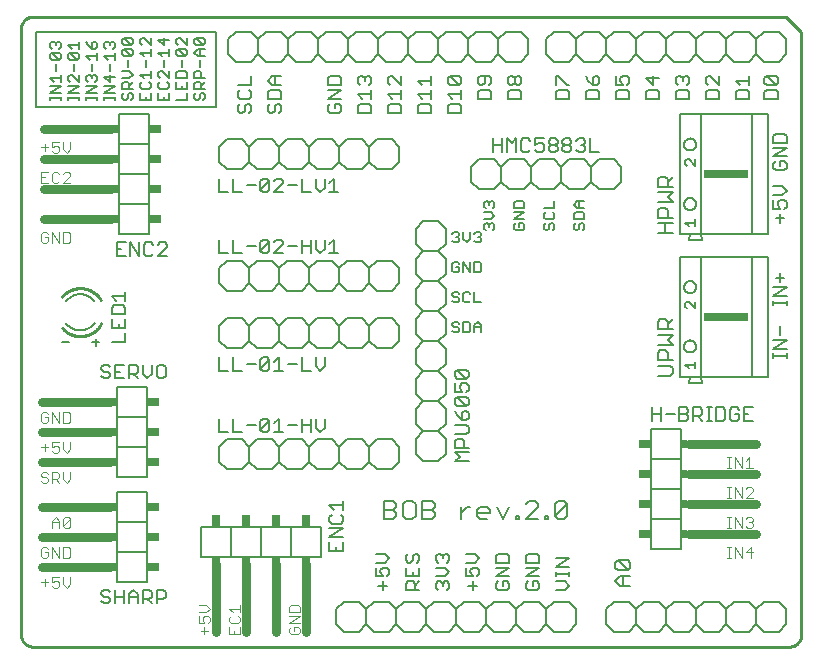
<source format=gto>
G04 EAGLE Gerber RS-274X export*
G75*
%MOMM*%
%FSLAX34Y34*%
%LPD*%
%INSilk top*%
%IPPOS*%
%AMOC8*
5,1,8,0,0,1.08239X$1,22.5*%
G01*
%ADD10C,0.254000*%
%ADD11C,0.152400*%
%ADD12C,0.127000*%
%ADD13C,0.203200*%
%ADD14C,0.101600*%
%ADD15C,0.762000*%
%ADD16R,0.508000X0.762000*%
%ADD17R,1.016000X0.762000*%
%ADD18R,0.762000X0.508000*%
%ADD19R,0.762000X1.016000*%
%ADD20R,3.810000X0.762000*%


D10*
X660400Y10000D02*
X660400Y520700D01*
X647700Y533400D01*
X10000Y533400D01*
X9758Y533397D01*
X9517Y533388D01*
X9276Y533374D01*
X9035Y533353D01*
X8795Y533327D01*
X8555Y533295D01*
X8316Y533257D01*
X8079Y533214D01*
X7842Y533164D01*
X7607Y533109D01*
X7373Y533049D01*
X7141Y532982D01*
X6910Y532911D01*
X6681Y532833D01*
X6454Y532750D01*
X6229Y532662D01*
X6006Y532568D01*
X5786Y532469D01*
X5568Y532364D01*
X5353Y532255D01*
X5140Y532140D01*
X4930Y532020D01*
X4724Y531895D01*
X4520Y531765D01*
X4319Y531630D01*
X4122Y531490D01*
X3928Y531346D01*
X3738Y531197D01*
X3552Y531043D01*
X3369Y530885D01*
X3190Y530723D01*
X3015Y530556D01*
X2844Y530385D01*
X2677Y530210D01*
X2515Y530031D01*
X2357Y529848D01*
X2203Y529662D01*
X2054Y529472D01*
X1910Y529278D01*
X1770Y529081D01*
X1635Y528880D01*
X1505Y528676D01*
X1380Y528470D01*
X1260Y528260D01*
X1145Y528047D01*
X1036Y527832D01*
X931Y527614D01*
X832Y527394D01*
X738Y527171D01*
X650Y526946D01*
X567Y526719D01*
X489Y526490D01*
X418Y526259D01*
X351Y526027D01*
X291Y525793D01*
X236Y525558D01*
X186Y525321D01*
X143Y525084D01*
X105Y524845D01*
X73Y524605D01*
X47Y524365D01*
X26Y524124D01*
X12Y523883D01*
X3Y523642D01*
X0Y523400D01*
X0Y10000D01*
X3Y9758D01*
X12Y9517D01*
X26Y9276D01*
X47Y9035D01*
X73Y8795D01*
X105Y8555D01*
X143Y8316D01*
X186Y8079D01*
X236Y7842D01*
X291Y7607D01*
X351Y7373D01*
X418Y7141D01*
X489Y6910D01*
X567Y6681D01*
X650Y6454D01*
X738Y6229D01*
X832Y6006D01*
X931Y5786D01*
X1036Y5568D01*
X1145Y5353D01*
X1260Y5140D01*
X1380Y4930D01*
X1505Y4724D01*
X1635Y4520D01*
X1770Y4319D01*
X1910Y4122D01*
X2054Y3928D01*
X2203Y3738D01*
X2357Y3552D01*
X2515Y3369D01*
X2677Y3190D01*
X2844Y3015D01*
X3015Y2844D01*
X3190Y2677D01*
X3369Y2515D01*
X3552Y2357D01*
X3738Y2203D01*
X3928Y2054D01*
X4122Y1910D01*
X4319Y1770D01*
X4520Y1635D01*
X4724Y1505D01*
X4930Y1380D01*
X5140Y1260D01*
X5353Y1145D01*
X5568Y1036D01*
X5786Y931D01*
X6006Y832D01*
X6229Y738D01*
X6454Y650D01*
X6681Y567D01*
X6910Y489D01*
X7141Y418D01*
X7373Y351D01*
X7607Y291D01*
X7842Y236D01*
X8079Y186D01*
X8316Y143D01*
X8555Y105D01*
X8795Y73D01*
X9035Y47D01*
X9276Y26D01*
X9517Y12D01*
X9758Y3D01*
X10000Y0D01*
X650400Y0D01*
X650642Y3D01*
X650883Y12D01*
X651124Y26D01*
X651365Y47D01*
X651605Y73D01*
X651845Y105D01*
X652084Y143D01*
X652321Y186D01*
X652558Y236D01*
X652793Y291D01*
X653027Y351D01*
X653259Y418D01*
X653490Y489D01*
X653719Y567D01*
X653946Y650D01*
X654171Y738D01*
X654394Y832D01*
X654614Y931D01*
X654832Y1036D01*
X655047Y1145D01*
X655260Y1260D01*
X655470Y1380D01*
X655676Y1505D01*
X655880Y1635D01*
X656081Y1770D01*
X656278Y1910D01*
X656472Y2054D01*
X656662Y2203D01*
X656848Y2357D01*
X657031Y2515D01*
X657210Y2677D01*
X657385Y2844D01*
X657556Y3015D01*
X657723Y3190D01*
X657885Y3369D01*
X658043Y3552D01*
X658197Y3738D01*
X658346Y3928D01*
X658490Y4122D01*
X658630Y4319D01*
X658765Y4520D01*
X658895Y4724D01*
X659020Y4930D01*
X659140Y5140D01*
X659255Y5353D01*
X659364Y5568D01*
X659469Y5786D01*
X659568Y6006D01*
X659662Y6229D01*
X659750Y6454D01*
X659833Y6681D01*
X659911Y6910D01*
X659982Y7141D01*
X660049Y7373D01*
X660109Y7607D01*
X660164Y7842D01*
X660214Y8079D01*
X660257Y8316D01*
X660295Y8555D01*
X660327Y8795D01*
X660353Y9035D01*
X660374Y9276D01*
X660388Y9517D01*
X660397Y9758D01*
X660400Y10000D01*
D11*
X515874Y51562D02*
X507400Y51562D01*
X503163Y55799D01*
X507400Y60036D01*
X515874Y60036D01*
X509519Y60036D02*
X509519Y51562D01*
X513756Y64659D02*
X505282Y64659D01*
X503163Y66778D01*
X503163Y71015D01*
X505282Y73133D01*
X513756Y73133D01*
X515874Y71015D01*
X515874Y66778D01*
X513756Y64659D01*
X505282Y73133D01*
X259832Y457683D02*
X261697Y459547D01*
X259832Y457683D02*
X259832Y453954D01*
X261697Y452090D01*
X269154Y452090D01*
X271018Y453954D01*
X271018Y457683D01*
X269154Y459547D01*
X265425Y459547D01*
X265425Y455819D01*
X271018Y463784D02*
X259832Y463784D01*
X271018Y471241D01*
X259832Y471241D01*
X259832Y475478D02*
X271018Y475478D01*
X271018Y481071D01*
X269154Y482935D01*
X261697Y482935D01*
X259832Y481071D01*
X259832Y475478D01*
D12*
X605145Y463657D02*
X616585Y463657D01*
X616585Y469377D01*
X614678Y471284D01*
X607052Y471284D01*
X605145Y469377D01*
X605145Y463657D01*
X608959Y475351D02*
X605145Y479164D01*
X616585Y479164D01*
X616585Y475351D02*
X616585Y482978D01*
X629275Y463657D02*
X640715Y463657D01*
X640715Y469377D01*
X638808Y471284D01*
X631182Y471284D01*
X629275Y469377D01*
X629275Y463657D01*
X631182Y475351D02*
X638808Y475351D01*
X631182Y475351D02*
X629275Y477258D01*
X629275Y481071D01*
X631182Y482978D01*
X638808Y482978D01*
X640715Y481071D01*
X640715Y477258D01*
X638808Y475351D01*
X631182Y482978D01*
D11*
X372618Y452090D02*
X361432Y452090D01*
X372618Y452090D02*
X372618Y457683D01*
X370754Y459547D01*
X363297Y459547D01*
X361432Y457683D01*
X361432Y452090D01*
X365161Y463784D02*
X361432Y467513D01*
X372618Y467513D01*
X372618Y471241D02*
X372618Y463784D01*
X370754Y475478D02*
X363297Y475478D01*
X361432Y477342D01*
X361432Y481071D01*
X363297Y482935D01*
X370754Y482935D01*
X372618Y481071D01*
X372618Y477342D01*
X370754Y475478D01*
X363297Y482935D01*
X337058Y47752D02*
X325872Y47752D01*
X325872Y53345D01*
X327737Y55209D01*
X331465Y55209D01*
X333330Y53345D01*
X333330Y47752D01*
X333330Y51481D02*
X337058Y55209D01*
X325872Y59446D02*
X325872Y66903D01*
X325872Y59446D02*
X337058Y59446D01*
X337058Y66903D01*
X331465Y63174D02*
X331465Y59446D01*
X325872Y76733D02*
X327737Y78597D01*
X325872Y76733D02*
X325872Y73004D01*
X327737Y71140D01*
X329601Y71140D01*
X331465Y73004D01*
X331465Y76733D01*
X333330Y78597D01*
X335194Y78597D01*
X337058Y76733D01*
X337058Y73004D01*
X335194Y71140D01*
X351272Y49616D02*
X353137Y47752D01*
X351272Y49616D02*
X351272Y53345D01*
X353137Y55209D01*
X355001Y55209D01*
X356865Y53345D01*
X356865Y51481D01*
X356865Y53345D02*
X358730Y55209D01*
X360594Y55209D01*
X362458Y53345D01*
X362458Y49616D01*
X360594Y47752D01*
X358730Y59446D02*
X351272Y59446D01*
X358730Y59446D02*
X362458Y63174D01*
X358730Y66903D01*
X351272Y66903D01*
X353137Y71140D02*
X351272Y73004D01*
X351272Y76733D01*
X353137Y78597D01*
X355001Y78597D01*
X356865Y76733D01*
X356865Y74868D01*
X356865Y76733D02*
X358730Y78597D01*
X360594Y78597D01*
X362458Y76733D01*
X362458Y73004D01*
X360594Y71140D01*
X306065Y55209D02*
X306065Y47752D01*
X302337Y51481D02*
X309794Y51481D01*
X300472Y59446D02*
X300472Y66903D01*
X300472Y59446D02*
X306065Y59446D01*
X304201Y63174D01*
X304201Y65039D01*
X306065Y66903D01*
X309794Y66903D01*
X311658Y65039D01*
X311658Y61310D01*
X309794Y59446D01*
X307930Y71140D02*
X300472Y71140D01*
X307930Y71140D02*
X311658Y74868D01*
X307930Y78597D01*
X300472Y78597D01*
X310632Y452090D02*
X321818Y452090D01*
X321818Y457683D01*
X319954Y459547D01*
X312497Y459547D01*
X310632Y457683D01*
X310632Y452090D01*
X314361Y463784D02*
X310632Y467513D01*
X321818Y467513D01*
X321818Y471241D02*
X321818Y463784D01*
X321818Y475478D02*
X321818Y482935D01*
X321818Y475478D02*
X314361Y482935D01*
X312497Y482935D01*
X310632Y481071D01*
X310632Y477342D01*
X312497Y475478D01*
X336032Y452090D02*
X347218Y452090D01*
X347218Y457683D01*
X345354Y459547D01*
X337897Y459547D01*
X336032Y457683D01*
X336032Y452090D01*
X339761Y463784D02*
X336032Y467513D01*
X347218Y467513D01*
X347218Y471241D02*
X347218Y463784D01*
X339761Y475478D02*
X336032Y479206D01*
X347218Y479206D01*
X347218Y475478D02*
X347218Y482935D01*
X210897Y459547D02*
X209032Y457683D01*
X209032Y453954D01*
X210897Y452090D01*
X212761Y452090D01*
X214625Y453954D01*
X214625Y457683D01*
X216490Y459547D01*
X218354Y459547D01*
X220218Y457683D01*
X220218Y453954D01*
X218354Y452090D01*
X220218Y463784D02*
X209032Y463784D01*
X220218Y463784D02*
X220218Y469377D01*
X218354Y471241D01*
X210897Y471241D01*
X209032Y469377D01*
X209032Y463784D01*
X212761Y475478D02*
X220218Y475478D01*
X212761Y475478D02*
X209032Y479206D01*
X212761Y482935D01*
X220218Y482935D01*
X214625Y482935D02*
X214625Y475478D01*
X185497Y459547D02*
X183632Y457683D01*
X183632Y453954D01*
X185497Y452090D01*
X187361Y452090D01*
X189225Y453954D01*
X189225Y457683D01*
X191090Y459547D01*
X192954Y459547D01*
X194818Y457683D01*
X194818Y453954D01*
X192954Y452090D01*
X183632Y469377D02*
X185497Y471241D01*
X183632Y469377D02*
X183632Y465648D01*
X185497Y463784D01*
X192954Y463784D01*
X194818Y465648D01*
X194818Y469377D01*
X192954Y471241D01*
X194818Y475478D02*
X183632Y475478D01*
X194818Y475478D02*
X194818Y482935D01*
X285232Y452090D02*
X296418Y452090D01*
X296418Y457683D01*
X294554Y459547D01*
X287097Y459547D01*
X285232Y457683D01*
X285232Y452090D01*
X288961Y463784D02*
X285232Y467513D01*
X296418Y467513D01*
X296418Y471241D02*
X296418Y463784D01*
X287097Y475478D02*
X285232Y477342D01*
X285232Y481071D01*
X287097Y482935D01*
X288961Y482935D01*
X290825Y481071D01*
X290825Y479206D01*
X290825Y481071D02*
X292690Y482935D01*
X294554Y482935D01*
X296418Y481071D01*
X296418Y477342D01*
X294554Y475478D01*
X386832Y463784D02*
X398018Y463784D01*
X398018Y469377D01*
X396154Y471241D01*
X388697Y471241D01*
X386832Y469377D01*
X386832Y463784D01*
X396154Y475478D02*
X398018Y477342D01*
X398018Y481071D01*
X396154Y482935D01*
X388697Y482935D01*
X386832Y481071D01*
X386832Y477342D01*
X388697Y475478D01*
X390561Y475478D01*
X392425Y477342D01*
X392425Y482935D01*
X412232Y463784D02*
X423418Y463784D01*
X423418Y469377D01*
X421554Y471241D01*
X414097Y471241D01*
X412232Y469377D01*
X412232Y463784D01*
X414097Y475478D02*
X412232Y477342D01*
X412232Y481071D01*
X414097Y482935D01*
X415961Y482935D01*
X417825Y481071D01*
X419690Y482935D01*
X421554Y482935D01*
X423418Y481071D01*
X423418Y477342D01*
X421554Y475478D01*
X419690Y475478D01*
X417825Y477342D01*
X415961Y475478D01*
X414097Y475478D01*
X417825Y477342D02*
X417825Y481071D01*
X452872Y463784D02*
X464058Y463784D01*
X464058Y469377D01*
X462194Y471241D01*
X454737Y471241D01*
X452872Y469377D01*
X452872Y463784D01*
X452872Y475478D02*
X452872Y482935D01*
X454737Y482935D01*
X462194Y475478D01*
X464058Y475478D01*
X478272Y463784D02*
X489458Y463784D01*
X489458Y469377D01*
X487594Y471241D01*
X480137Y471241D01*
X478272Y469377D01*
X478272Y463784D01*
X480137Y479207D02*
X478272Y482935D01*
X480137Y479207D02*
X483865Y475478D01*
X487594Y475478D01*
X489458Y477342D01*
X489458Y481071D01*
X487594Y482935D01*
X485730Y482935D01*
X483865Y481071D01*
X483865Y475478D01*
X503672Y463784D02*
X514858Y463784D01*
X514858Y469377D01*
X512994Y471241D01*
X505537Y471241D01*
X503672Y469377D01*
X503672Y463784D01*
X503672Y475478D02*
X503672Y482935D01*
X503672Y475478D02*
X509265Y475478D01*
X507401Y479207D01*
X507401Y481071D01*
X509265Y482935D01*
X512994Y482935D01*
X514858Y481071D01*
X514858Y477342D01*
X512994Y475478D01*
X554472Y463784D02*
X565658Y463784D01*
X565658Y469377D01*
X563794Y471241D01*
X556337Y471241D01*
X554472Y469377D01*
X554472Y463784D01*
X556337Y475478D02*
X554472Y477342D01*
X554472Y481071D01*
X556337Y482935D01*
X558201Y482935D01*
X560065Y481071D01*
X560065Y479207D01*
X560065Y481071D02*
X561930Y482935D01*
X563794Y482935D01*
X565658Y481071D01*
X565658Y477342D01*
X563794Y475478D01*
X540258Y463784D02*
X529072Y463784D01*
X540258Y463784D02*
X540258Y469377D01*
X538394Y471241D01*
X530937Y471241D01*
X529072Y469377D01*
X529072Y463784D01*
X529072Y481071D02*
X540258Y481071D01*
X534665Y475478D02*
X529072Y481071D01*
X534665Y482935D02*
X534665Y475478D01*
D13*
X307086Y123457D02*
X307086Y107696D01*
X307086Y123457D02*
X314967Y123457D01*
X317594Y120831D01*
X317594Y118204D01*
X314967Y115577D01*
X317594Y112950D01*
X317594Y110323D01*
X314967Y107696D01*
X307086Y107696D01*
X307086Y115577D02*
X314967Y115577D01*
X326084Y123457D02*
X331338Y123457D01*
X326084Y123457D02*
X323458Y120831D01*
X323458Y110323D01*
X326084Y107696D01*
X331338Y107696D01*
X333965Y110323D01*
X333965Y120831D01*
X331338Y123457D01*
X339829Y123457D02*
X339829Y107696D01*
X339829Y123457D02*
X347710Y123457D01*
X350337Y120831D01*
X350337Y118204D01*
X347710Y115577D01*
X350337Y112950D01*
X350337Y110323D01*
X347710Y107696D01*
X339829Y107696D01*
X339829Y115577D02*
X347710Y115577D01*
X372572Y118204D02*
X372572Y107696D01*
X372572Y112950D02*
X377826Y118204D01*
X380453Y118204D01*
X388842Y107696D02*
X394096Y107696D01*
X388842Y107696D02*
X386215Y110323D01*
X386215Y115577D01*
X388842Y118204D01*
X394096Y118204D01*
X396723Y115577D01*
X396723Y112950D01*
X386215Y112950D01*
X402587Y118204D02*
X407841Y107696D01*
X413094Y118204D01*
X418958Y110323D02*
X418958Y107696D01*
X418958Y110323D02*
X421585Y110323D01*
X421585Y107696D01*
X418958Y107696D01*
X427144Y107696D02*
X437652Y107696D01*
X427144Y107696D02*
X437652Y118204D01*
X437652Y120831D01*
X435025Y123457D01*
X429771Y123457D01*
X427144Y120831D01*
X443516Y110323D02*
X443516Y107696D01*
X443516Y110323D02*
X446143Y110323D01*
X446143Y107696D01*
X443516Y107696D01*
X451701Y110323D02*
X451701Y120831D01*
X454328Y123457D01*
X459582Y123457D01*
X462209Y120831D01*
X462209Y110323D01*
X459582Y107696D01*
X454328Y107696D01*
X451701Y110323D01*
X462209Y120831D01*
D11*
X382265Y55209D02*
X382265Y47752D01*
X378537Y51481D02*
X385994Y51481D01*
X376672Y59446D02*
X376672Y66903D01*
X376672Y59446D02*
X382265Y59446D01*
X380401Y63174D01*
X380401Y65039D01*
X382265Y66903D01*
X385994Y66903D01*
X387858Y65039D01*
X387858Y61310D01*
X385994Y59446D01*
X384130Y71140D02*
X376672Y71140D01*
X384130Y71140D02*
X387858Y74868D01*
X384130Y78597D01*
X376672Y78597D01*
X452872Y47752D02*
X460330Y47752D01*
X464058Y51481D01*
X460330Y55209D01*
X452872Y55209D01*
X464058Y59446D02*
X464058Y63174D01*
X464058Y61310D02*
X452872Y61310D01*
X452872Y59446D02*
X452872Y63174D01*
X452872Y67242D02*
X464058Y67242D01*
X464058Y74699D02*
X452872Y67242D01*
X452872Y74699D02*
X464058Y74699D01*
D12*
X579745Y463657D02*
X591185Y463657D01*
X591185Y469377D01*
X589278Y471284D01*
X581652Y471284D01*
X579745Y469377D01*
X579745Y463657D01*
X591185Y475351D02*
X591185Y482978D01*
X583559Y482978D02*
X591185Y475351D01*
X583559Y482978D02*
X581652Y482978D01*
X579745Y481071D01*
X579745Y477258D01*
X581652Y475351D01*
D11*
X403937Y55209D02*
X402072Y53345D01*
X402072Y49616D01*
X403937Y47752D01*
X411394Y47752D01*
X413258Y49616D01*
X413258Y53345D01*
X411394Y55209D01*
X407665Y55209D01*
X407665Y51481D01*
X413258Y59446D02*
X402072Y59446D01*
X413258Y66903D01*
X402072Y66903D01*
X402072Y71140D02*
X413258Y71140D01*
X413258Y76733D01*
X411394Y78597D01*
X403937Y78597D01*
X402072Y76733D01*
X402072Y71140D01*
X427472Y53345D02*
X429337Y55209D01*
X427472Y53345D02*
X427472Y49616D01*
X429337Y47752D01*
X436794Y47752D01*
X438658Y49616D01*
X438658Y53345D01*
X436794Y55209D01*
X433065Y55209D01*
X433065Y51481D01*
X438658Y59446D02*
X427472Y59446D01*
X438658Y66903D01*
X427472Y66903D01*
X427472Y71140D02*
X438658Y71140D01*
X438658Y76733D01*
X436794Y78597D01*
X429337Y78597D01*
X427472Y76733D01*
X427472Y71140D01*
D12*
X365125Y349680D02*
X366608Y351163D01*
X369574Y351163D01*
X371057Y349680D01*
X371057Y348197D01*
X369574Y346714D01*
X368091Y346714D01*
X369574Y346714D02*
X371057Y345231D01*
X371057Y343748D01*
X369574Y342265D01*
X366608Y342265D01*
X365125Y343748D01*
X374480Y345231D02*
X374480Y351163D01*
X374480Y345231D02*
X377446Y342265D01*
X380412Y345231D01*
X380412Y351163D01*
X383835Y349680D02*
X385318Y351163D01*
X388284Y351163D01*
X389767Y349680D01*
X389767Y348197D01*
X388284Y346714D01*
X386801Y346714D01*
X388284Y346714D02*
X389767Y345231D01*
X389767Y343748D01*
X388284Y342265D01*
X385318Y342265D01*
X383835Y343748D01*
X369574Y325763D02*
X371057Y324280D01*
X369574Y325763D02*
X366608Y325763D01*
X365125Y324280D01*
X365125Y318348D01*
X366608Y316865D01*
X369574Y316865D01*
X371057Y318348D01*
X371057Y321314D01*
X368091Y321314D01*
X374480Y316865D02*
X374480Y325763D01*
X380412Y316865D01*
X380412Y325763D01*
X383835Y325763D02*
X383835Y316865D01*
X388284Y316865D01*
X389767Y318348D01*
X389767Y324280D01*
X388284Y325763D01*
X383835Y325763D01*
X369574Y300363D02*
X371057Y298880D01*
X369574Y300363D02*
X366608Y300363D01*
X365125Y298880D01*
X365125Y297397D01*
X366608Y295914D01*
X369574Y295914D01*
X371057Y294431D01*
X371057Y292948D01*
X369574Y291465D01*
X366608Y291465D01*
X365125Y292948D01*
X378929Y300363D02*
X380412Y298880D01*
X378929Y300363D02*
X375963Y300363D01*
X374480Y298880D01*
X374480Y292948D01*
X375963Y291465D01*
X378929Y291465D01*
X380412Y292948D01*
X383835Y291465D02*
X383835Y300363D01*
X383835Y291465D02*
X389767Y291465D01*
X371057Y273480D02*
X369574Y274963D01*
X366608Y274963D01*
X365125Y273480D01*
X365125Y271997D01*
X366608Y270514D01*
X369574Y270514D01*
X371057Y269031D01*
X371057Y267548D01*
X369574Y266065D01*
X366608Y266065D01*
X365125Y267548D01*
X374480Y266065D02*
X374480Y274963D01*
X374480Y266065D02*
X378929Y266065D01*
X380412Y267548D01*
X380412Y273480D01*
X378929Y274963D01*
X374480Y274963D01*
X383835Y271997D02*
X383835Y266065D01*
X383835Y271997D02*
X386801Y274963D01*
X389767Y271997D01*
X389767Y266065D01*
X389767Y270514D02*
X383835Y270514D01*
D11*
X642615Y358902D02*
X642615Y366359D01*
X638887Y362631D02*
X646344Y362631D01*
X637022Y370596D02*
X637022Y378053D01*
X637022Y370596D02*
X642615Y370596D01*
X640751Y374324D01*
X640751Y376189D01*
X642615Y378053D01*
X646344Y378053D01*
X648208Y376189D01*
X648208Y372460D01*
X646344Y370596D01*
X644480Y382290D02*
X637022Y382290D01*
X644480Y382290D02*
X648208Y386018D01*
X644480Y389747D01*
X637022Y389747D01*
X648208Y248331D02*
X648208Y244602D01*
X648208Y246466D02*
X637022Y246466D01*
X637022Y244602D02*
X637022Y248331D01*
X637022Y252398D02*
X648208Y252398D01*
X648208Y259855D02*
X637022Y252398D01*
X637022Y259855D02*
X648208Y259855D01*
X642615Y264092D02*
X642615Y271549D01*
X648208Y289052D02*
X648208Y292781D01*
X648208Y290916D02*
X637022Y290916D01*
X637022Y289052D02*
X637022Y292781D01*
X637022Y296848D02*
X648208Y296848D01*
X648208Y304305D02*
X637022Y296848D01*
X637022Y304305D02*
X648208Y304305D01*
X642615Y308542D02*
X642615Y315999D01*
X638887Y312270D02*
X646344Y312270D01*
X637022Y408945D02*
X638887Y410809D01*
X637022Y408945D02*
X637022Y405216D01*
X638887Y403352D01*
X646344Y403352D01*
X648208Y405216D01*
X648208Y408945D01*
X646344Y410809D01*
X642615Y410809D01*
X642615Y407081D01*
X648208Y415046D02*
X637022Y415046D01*
X648208Y422503D01*
X637022Y422503D01*
X637022Y426740D02*
X648208Y426740D01*
X648208Y432333D01*
X646344Y434197D01*
X638887Y434197D01*
X637022Y432333D01*
X637022Y426740D01*
D12*
X66257Y257814D02*
X60325Y257814D01*
X63291Y260780D02*
X63291Y254848D01*
X40857Y257814D02*
X34925Y257814D01*
D14*
X22994Y54360D02*
X16892Y54360D01*
X19943Y57411D02*
X19943Y51309D01*
X26248Y58936D02*
X32349Y58936D01*
X26248Y58936D02*
X26248Y54360D01*
X29298Y55885D01*
X30824Y55885D01*
X32349Y54360D01*
X32349Y51309D01*
X30824Y49784D01*
X27773Y49784D01*
X26248Y51309D01*
X35603Y52835D02*
X35603Y58936D01*
X35603Y52835D02*
X38653Y49784D01*
X41704Y52835D01*
X41704Y58936D01*
X22994Y82811D02*
X21468Y84336D01*
X18418Y84336D01*
X16892Y82811D01*
X16892Y76709D01*
X18418Y75184D01*
X21468Y75184D01*
X22994Y76709D01*
X22994Y79760D01*
X19943Y79760D01*
X26248Y75184D02*
X26248Y84336D01*
X32349Y75184D01*
X32349Y84336D01*
X35603Y84336D02*
X35603Y75184D01*
X40179Y75184D01*
X41704Y76709D01*
X41704Y82811D01*
X40179Y84336D01*
X35603Y84336D01*
X26248Y100584D02*
X26248Y106685D01*
X29298Y109736D01*
X32349Y106685D01*
X32349Y100584D01*
X32349Y105160D02*
X26248Y105160D01*
X35603Y102109D02*
X35603Y108211D01*
X37128Y109736D01*
X40179Y109736D01*
X41704Y108211D01*
X41704Y102109D01*
X40179Y100584D01*
X37128Y100584D01*
X35603Y102109D01*
X41704Y108211D01*
X22994Y146311D02*
X21468Y147836D01*
X18418Y147836D01*
X16892Y146311D01*
X16892Y144785D01*
X18418Y143260D01*
X21468Y143260D01*
X22994Y141735D01*
X22994Y140209D01*
X21468Y138684D01*
X18418Y138684D01*
X16892Y140209D01*
X26248Y138684D02*
X26248Y147836D01*
X30824Y147836D01*
X32349Y146311D01*
X32349Y143260D01*
X30824Y141735D01*
X26248Y141735D01*
X29298Y141735D02*
X32349Y138684D01*
X35603Y141735D02*
X35603Y147836D01*
X35603Y141735D02*
X38653Y138684D01*
X41704Y141735D01*
X41704Y147836D01*
X22994Y168660D02*
X16892Y168660D01*
X19943Y171711D02*
X19943Y165609D01*
X26248Y173236D02*
X32349Y173236D01*
X26248Y173236D02*
X26248Y168660D01*
X29298Y170185D01*
X30824Y170185D01*
X32349Y168660D01*
X32349Y165609D01*
X30824Y164084D01*
X27773Y164084D01*
X26248Y165609D01*
X35603Y167135D02*
X35603Y173236D01*
X35603Y167135D02*
X38653Y164084D01*
X41704Y167135D01*
X41704Y173236D01*
X22994Y197111D02*
X21468Y198636D01*
X18418Y198636D01*
X16892Y197111D01*
X16892Y191009D01*
X18418Y189484D01*
X21468Y189484D01*
X22994Y191009D01*
X22994Y194060D01*
X19943Y194060D01*
X26248Y189484D02*
X26248Y198636D01*
X32349Y189484D01*
X32349Y198636D01*
X35603Y198636D02*
X35603Y189484D01*
X40179Y189484D01*
X41704Y191009D01*
X41704Y197111D01*
X40179Y198636D01*
X35603Y198636D01*
X22994Y349511D02*
X21468Y351036D01*
X18418Y351036D01*
X16892Y349511D01*
X16892Y343409D01*
X18418Y341884D01*
X21468Y341884D01*
X22994Y343409D01*
X22994Y346460D01*
X19943Y346460D01*
X26248Y341884D02*
X26248Y351036D01*
X32349Y341884D01*
X32349Y351036D01*
X35603Y351036D02*
X35603Y341884D01*
X40179Y341884D01*
X41704Y343409D01*
X41704Y349511D01*
X40179Y351036D01*
X35603Y351036D01*
X22994Y401836D02*
X16892Y401836D01*
X16892Y392684D01*
X22994Y392684D01*
X19943Y397260D02*
X16892Y397260D01*
X30824Y401836D02*
X32349Y400311D01*
X30824Y401836D02*
X27773Y401836D01*
X26248Y400311D01*
X26248Y394209D01*
X27773Y392684D01*
X30824Y392684D01*
X32349Y394209D01*
X35603Y392684D02*
X41704Y392684D01*
X35603Y392684D02*
X41704Y398785D01*
X41704Y400311D01*
X40179Y401836D01*
X37128Y401836D01*
X35603Y400311D01*
X22994Y422660D02*
X16892Y422660D01*
X19943Y425711D02*
X19943Y419609D01*
X26248Y427236D02*
X32349Y427236D01*
X26248Y427236D02*
X26248Y422660D01*
X29298Y424185D01*
X30824Y424185D01*
X32349Y422660D01*
X32349Y419609D01*
X30824Y418084D01*
X27773Y418084D01*
X26248Y419609D01*
X35603Y421135D02*
X35603Y427236D01*
X35603Y421135D02*
X38653Y418084D01*
X41704Y421135D01*
X41704Y427236D01*
X597861Y75184D02*
X600911Y75184D01*
X599386Y75184D02*
X599386Y84336D01*
X597861Y84336D02*
X600911Y84336D01*
X604098Y84336D02*
X604098Y75184D01*
X610199Y75184D02*
X604098Y84336D01*
X610199Y84336D02*
X610199Y75184D01*
X618029Y75184D02*
X618029Y84336D01*
X613453Y79760D01*
X619554Y79760D01*
X600911Y100584D02*
X597861Y100584D01*
X599386Y100584D02*
X599386Y109736D01*
X597861Y109736D02*
X600911Y109736D01*
X604098Y109736D02*
X604098Y100584D01*
X610199Y100584D02*
X604098Y109736D01*
X610199Y109736D02*
X610199Y100584D01*
X613453Y108211D02*
X614978Y109736D01*
X618029Y109736D01*
X619554Y108211D01*
X619554Y106685D01*
X618029Y105160D01*
X616503Y105160D01*
X618029Y105160D02*
X619554Y103635D01*
X619554Y102109D01*
X618029Y100584D01*
X614978Y100584D01*
X613453Y102109D01*
X600911Y125984D02*
X597861Y125984D01*
X599386Y125984D02*
X599386Y135136D01*
X597861Y135136D02*
X600911Y135136D01*
X604098Y135136D02*
X604098Y125984D01*
X610199Y125984D02*
X604098Y135136D01*
X610199Y135136D02*
X610199Y125984D01*
X613453Y125984D02*
X619554Y125984D01*
X613453Y125984D02*
X619554Y132085D01*
X619554Y133611D01*
X618029Y135136D01*
X614978Y135136D01*
X613453Y133611D01*
X600911Y151384D02*
X597861Y151384D01*
X599386Y151384D02*
X599386Y160536D01*
X597861Y160536D02*
X600911Y160536D01*
X604098Y160536D02*
X604098Y151384D01*
X610199Y151384D02*
X604098Y160536D01*
X610199Y160536D02*
X610199Y151384D01*
X613453Y157485D02*
X616503Y160536D01*
X616503Y151384D01*
X613453Y151384D02*
X619554Y151384D01*
X155190Y16644D02*
X155190Y10542D01*
X152140Y13593D02*
X158241Y13593D01*
X150614Y19898D02*
X150614Y25999D01*
X150614Y19898D02*
X155190Y19898D01*
X153665Y22948D01*
X153665Y24474D01*
X155190Y25999D01*
X158241Y25999D01*
X159766Y24474D01*
X159766Y21423D01*
X158241Y19898D01*
X156715Y29253D02*
X150614Y29253D01*
X156715Y29253D02*
X159766Y32303D01*
X156715Y35354D01*
X150614Y35354D01*
X176014Y16644D02*
X176014Y10542D01*
X185166Y10542D01*
X185166Y16644D01*
X180590Y13593D02*
X180590Y10542D01*
X176014Y24474D02*
X177540Y25999D01*
X176014Y24474D02*
X176014Y21423D01*
X177540Y19898D01*
X183641Y19898D01*
X185166Y21423D01*
X185166Y24474D01*
X183641Y25999D01*
X179065Y29253D02*
X176014Y32303D01*
X185166Y32303D01*
X185166Y29253D02*
X185166Y35354D01*
X226814Y15118D02*
X228340Y16644D01*
X226814Y15118D02*
X226814Y12068D01*
X228340Y10542D01*
X234441Y10542D01*
X235966Y12068D01*
X235966Y15118D01*
X234441Y16644D01*
X231390Y16644D01*
X231390Y13593D01*
X235966Y19898D02*
X226814Y19898D01*
X235966Y25999D01*
X226814Y25999D01*
X226814Y29253D02*
X235966Y29253D01*
X235966Y33829D01*
X234441Y35354D01*
X228340Y35354D01*
X226814Y33829D01*
X226814Y29253D01*
D12*
X33655Y462664D02*
X33655Y465630D01*
X33655Y464147D02*
X24757Y464147D01*
X24757Y462664D02*
X24757Y465630D01*
X24757Y468901D02*
X33655Y468901D01*
X33655Y474832D02*
X24757Y468901D01*
X24757Y474832D02*
X33655Y474832D01*
X27723Y478256D02*
X24757Y481222D01*
X33655Y481222D01*
X33655Y478256D02*
X33655Y484188D01*
X29206Y487611D02*
X29206Y493543D01*
X32172Y496966D02*
X26240Y496966D01*
X24757Y498449D01*
X24757Y501415D01*
X26240Y502898D01*
X32172Y502898D01*
X33655Y501415D01*
X33655Y498449D01*
X32172Y496966D01*
X26240Y502898D01*
X26240Y506321D02*
X24757Y507804D01*
X24757Y510770D01*
X26240Y512253D01*
X27723Y512253D01*
X29206Y510770D01*
X29206Y509287D01*
X29206Y510770D02*
X30689Y512253D01*
X32172Y512253D01*
X33655Y510770D01*
X33655Y507804D01*
X32172Y506321D01*
X48895Y465630D02*
X48895Y462664D01*
X48895Y464147D02*
X39997Y464147D01*
X39997Y462664D02*
X39997Y465630D01*
X39997Y468901D02*
X48895Y468901D01*
X48895Y474832D02*
X39997Y468901D01*
X39997Y474832D02*
X48895Y474832D01*
X48895Y478256D02*
X48895Y484188D01*
X48895Y478256D02*
X42963Y484188D01*
X41480Y484188D01*
X39997Y482705D01*
X39997Y479739D01*
X41480Y478256D01*
X44446Y487611D02*
X44446Y493543D01*
X47412Y496966D02*
X41480Y496966D01*
X39997Y498449D01*
X39997Y501415D01*
X41480Y502898D01*
X47412Y502898D01*
X48895Y501415D01*
X48895Y498449D01*
X47412Y496966D01*
X41480Y502898D01*
X42963Y506321D02*
X39997Y509287D01*
X48895Y509287D01*
X48895Y506321D02*
X48895Y512253D01*
X64135Y465630D02*
X64135Y462664D01*
X64135Y464147D02*
X55237Y464147D01*
X55237Y462664D02*
X55237Y465630D01*
X55237Y468901D02*
X64135Y468901D01*
X64135Y474832D02*
X55237Y468901D01*
X55237Y474832D02*
X64135Y474832D01*
X56720Y478256D02*
X55237Y479739D01*
X55237Y482705D01*
X56720Y484188D01*
X58203Y484188D01*
X59686Y482705D01*
X59686Y481222D01*
X59686Y482705D02*
X61169Y484188D01*
X62652Y484188D01*
X64135Y482705D01*
X64135Y479739D01*
X62652Y478256D01*
X59686Y487611D02*
X59686Y493543D01*
X58203Y496966D02*
X55237Y499932D01*
X64135Y499932D01*
X64135Y496966D02*
X64135Y502898D01*
X56720Y509287D02*
X55237Y512253D01*
X56720Y509287D02*
X59686Y506321D01*
X62652Y506321D01*
X64135Y507804D01*
X64135Y510770D01*
X62652Y512253D01*
X61169Y512253D01*
X59686Y510770D01*
X59686Y506321D01*
X79375Y465630D02*
X79375Y462664D01*
X79375Y464147D02*
X70477Y464147D01*
X70477Y462664D02*
X70477Y465630D01*
X70477Y468901D02*
X79375Y468901D01*
X79375Y474832D02*
X70477Y468901D01*
X70477Y474832D02*
X79375Y474832D01*
X79375Y482705D02*
X70477Y482705D01*
X74926Y478256D01*
X74926Y484188D01*
X74926Y487611D02*
X74926Y493543D01*
X73443Y496966D02*
X70477Y499932D01*
X79375Y499932D01*
X79375Y496966D02*
X79375Y502898D01*
X71960Y506321D02*
X70477Y507804D01*
X70477Y510770D01*
X71960Y512253D01*
X73443Y512253D01*
X74926Y510770D01*
X74926Y509287D01*
X74926Y510770D02*
X76409Y512253D01*
X77892Y512253D01*
X79375Y510770D01*
X79375Y507804D01*
X77892Y506321D01*
X87200Y468596D02*
X85717Y467113D01*
X85717Y464147D01*
X87200Y462664D01*
X88683Y462664D01*
X90166Y464147D01*
X90166Y467113D01*
X91649Y468596D01*
X93132Y468596D01*
X94615Y467113D01*
X94615Y464147D01*
X93132Y462664D01*
X94615Y472019D02*
X85717Y472019D01*
X85717Y476468D01*
X87200Y477951D01*
X90166Y477951D01*
X91649Y476468D01*
X91649Y472019D01*
X91649Y474985D02*
X94615Y477951D01*
X91649Y481374D02*
X85717Y481374D01*
X91649Y481374D02*
X94615Y484340D01*
X91649Y487306D01*
X85717Y487306D01*
X90166Y490729D02*
X90166Y496661D01*
X93132Y500085D02*
X87200Y500085D01*
X85717Y501568D01*
X85717Y504533D01*
X87200Y506016D01*
X93132Y506016D01*
X94615Y504533D01*
X94615Y501568D01*
X93132Y500085D01*
X87200Y506016D01*
X87200Y509440D02*
X93132Y509440D01*
X87200Y509440D02*
X85717Y510923D01*
X85717Y513889D01*
X87200Y515372D01*
X93132Y515372D01*
X94615Y513889D01*
X94615Y510923D01*
X93132Y509440D01*
X87200Y515372D01*
X100957Y468596D02*
X100957Y462664D01*
X109855Y462664D01*
X109855Y468596D01*
X105406Y465630D02*
X105406Y462664D01*
X100957Y476468D02*
X102440Y477951D01*
X100957Y476468D02*
X100957Y473502D01*
X102440Y472019D01*
X108372Y472019D01*
X109855Y473502D01*
X109855Y476468D01*
X108372Y477951D01*
X103923Y481374D02*
X100957Y484340D01*
X109855Y484340D01*
X109855Y481374D02*
X109855Y487306D01*
X105406Y490729D02*
X105406Y496661D01*
X103923Y500085D02*
X100957Y503050D01*
X109855Y503050D01*
X109855Y500085D02*
X109855Y506016D01*
X109855Y509440D02*
X109855Y515372D01*
X109855Y509440D02*
X103923Y515372D01*
X102440Y515372D01*
X100957Y513889D01*
X100957Y510923D01*
X102440Y509440D01*
X116197Y468596D02*
X116197Y462664D01*
X125095Y462664D01*
X125095Y468596D01*
X120646Y465630D02*
X120646Y462664D01*
X116197Y476468D02*
X117680Y477951D01*
X116197Y476468D02*
X116197Y473502D01*
X117680Y472019D01*
X123612Y472019D01*
X125095Y473502D01*
X125095Y476468D01*
X123612Y477951D01*
X125095Y481374D02*
X125095Y487306D01*
X125095Y481374D02*
X119163Y487306D01*
X117680Y487306D01*
X116197Y485823D01*
X116197Y482857D01*
X117680Y481374D01*
X120646Y490729D02*
X120646Y496661D01*
X119163Y500085D02*
X116197Y503050D01*
X125095Y503050D01*
X125095Y500085D02*
X125095Y506016D01*
X125095Y513889D02*
X116197Y513889D01*
X120646Y509440D01*
X120646Y515372D01*
X131437Y462664D02*
X140335Y462664D01*
X140335Y468596D01*
X131437Y472019D02*
X131437Y477951D01*
X131437Y472019D02*
X140335Y472019D01*
X140335Y477951D01*
X135886Y474985D02*
X135886Y472019D01*
X131437Y481374D02*
X140335Y481374D01*
X140335Y485823D01*
X138852Y487306D01*
X132920Y487306D01*
X131437Y485823D01*
X131437Y481374D01*
X135886Y490729D02*
X135886Y496661D01*
X138852Y500085D02*
X132920Y500085D01*
X131437Y501568D01*
X131437Y504533D01*
X132920Y506016D01*
X138852Y506016D01*
X140335Y504533D01*
X140335Y501568D01*
X138852Y500085D01*
X132920Y506016D01*
X140335Y509440D02*
X140335Y515372D01*
X140335Y509440D02*
X134403Y515372D01*
X132920Y515372D01*
X131437Y513889D01*
X131437Y510923D01*
X132920Y509440D01*
X148160Y468596D02*
X146677Y467113D01*
X146677Y464147D01*
X148160Y462664D01*
X149643Y462664D01*
X151126Y464147D01*
X151126Y467113D01*
X152609Y468596D01*
X154092Y468596D01*
X155575Y467113D01*
X155575Y464147D01*
X154092Y462664D01*
X155575Y472019D02*
X146677Y472019D01*
X146677Y476468D01*
X148160Y477951D01*
X151126Y477951D01*
X152609Y476468D01*
X152609Y472019D01*
X152609Y474985D02*
X155575Y477951D01*
X155575Y481374D02*
X146677Y481374D01*
X146677Y485823D01*
X148160Y487306D01*
X151126Y487306D01*
X152609Y485823D01*
X152609Y481374D01*
X151126Y490729D02*
X151126Y496661D01*
X149643Y500085D02*
X155575Y500085D01*
X149643Y500085D02*
X146677Y503050D01*
X149643Y506016D01*
X155575Y506016D01*
X151126Y506016D02*
X151126Y500085D01*
X154092Y509440D02*
X148160Y509440D01*
X146677Y510923D01*
X146677Y513889D01*
X148160Y515372D01*
X154092Y515372D01*
X155575Y513889D01*
X155575Y510923D01*
X154092Y509440D01*
X148160Y515372D01*
D11*
X165100Y457200D02*
X12700Y457200D01*
X165100Y457200D02*
X165100Y520700D01*
X12700Y520700D02*
X12700Y457200D01*
X12700Y520700D02*
X165100Y520700D01*
D12*
X391787Y353908D02*
X393270Y352425D01*
X391787Y353908D02*
X391787Y356874D01*
X393270Y358357D01*
X394753Y358357D01*
X396236Y356874D01*
X396236Y355391D01*
X396236Y356874D02*
X397719Y358357D01*
X399202Y358357D01*
X400685Y356874D01*
X400685Y353908D01*
X399202Y352425D01*
X397719Y361780D02*
X391787Y361780D01*
X397719Y361780D02*
X400685Y364746D01*
X397719Y367712D01*
X391787Y367712D01*
X393270Y371135D02*
X391787Y372618D01*
X391787Y375584D01*
X393270Y377067D01*
X394753Y377067D01*
X396236Y375584D01*
X396236Y374101D01*
X396236Y375584D02*
X397719Y377067D01*
X399202Y377067D01*
X400685Y375584D01*
X400685Y372618D01*
X399202Y371135D01*
X417187Y356874D02*
X418670Y358357D01*
X417187Y356874D02*
X417187Y353908D01*
X418670Y352425D01*
X424602Y352425D01*
X426085Y353908D01*
X426085Y356874D01*
X424602Y358357D01*
X421636Y358357D01*
X421636Y355391D01*
X426085Y361780D02*
X417187Y361780D01*
X426085Y367712D01*
X417187Y367712D01*
X417187Y371135D02*
X426085Y371135D01*
X426085Y375584D01*
X424602Y377067D01*
X418670Y377067D01*
X417187Y375584D01*
X417187Y371135D01*
X442587Y356874D02*
X444070Y358357D01*
X442587Y356874D02*
X442587Y353908D01*
X444070Y352425D01*
X445553Y352425D01*
X447036Y353908D01*
X447036Y356874D01*
X448519Y358357D01*
X450002Y358357D01*
X451485Y356874D01*
X451485Y353908D01*
X450002Y352425D01*
X442587Y366229D02*
X444070Y367712D01*
X442587Y366229D02*
X442587Y363263D01*
X444070Y361780D01*
X450002Y361780D01*
X451485Y363263D01*
X451485Y366229D01*
X450002Y367712D01*
X451485Y371135D02*
X442587Y371135D01*
X451485Y371135D02*
X451485Y377067D01*
X469470Y358357D02*
X467987Y356874D01*
X467987Y353908D01*
X469470Y352425D01*
X470953Y352425D01*
X472436Y353908D01*
X472436Y356874D01*
X473919Y358357D01*
X475402Y358357D01*
X476885Y356874D01*
X476885Y353908D01*
X475402Y352425D01*
X476885Y361780D02*
X467987Y361780D01*
X476885Y361780D02*
X476885Y366229D01*
X475402Y367712D01*
X469470Y367712D01*
X467987Y366229D01*
X467987Y361780D01*
X470953Y371135D02*
X476885Y371135D01*
X470953Y371135D02*
X467987Y374101D01*
X470953Y377067D01*
X476885Y377067D01*
X472436Y377067D02*
X472436Y371135D01*
D11*
X378460Y514350D02*
X384810Y520700D01*
X397510Y520700D01*
X403860Y514350D01*
X403860Y501650D01*
X397510Y495300D01*
X384810Y495300D01*
X378460Y501650D01*
X346710Y520700D02*
X334010Y520700D01*
X346710Y520700D02*
X353060Y514350D01*
X353060Y501650D01*
X346710Y495300D01*
X353060Y514350D02*
X359410Y520700D01*
X372110Y520700D01*
X378460Y514350D01*
X378460Y501650D01*
X372110Y495300D01*
X359410Y495300D01*
X353060Y501650D01*
X308610Y520700D02*
X302260Y514350D01*
X308610Y520700D02*
X321310Y520700D01*
X327660Y514350D01*
X327660Y501650D01*
X321310Y495300D01*
X308610Y495300D01*
X302260Y501650D01*
X327660Y514350D02*
X334010Y520700D01*
X327660Y501650D02*
X334010Y495300D01*
X346710Y495300D01*
X270510Y520700D02*
X257810Y520700D01*
X270510Y520700D02*
X276860Y514350D01*
X276860Y501650D01*
X270510Y495300D01*
X276860Y514350D02*
X283210Y520700D01*
X295910Y520700D01*
X302260Y514350D01*
X302260Y501650D01*
X295910Y495300D01*
X283210Y495300D01*
X276860Y501650D01*
X232410Y520700D02*
X226060Y514350D01*
X232410Y520700D02*
X245110Y520700D01*
X251460Y514350D01*
X251460Y501650D01*
X245110Y495300D01*
X232410Y495300D01*
X226060Y501650D01*
X251460Y514350D02*
X257810Y520700D01*
X251460Y501650D02*
X257810Y495300D01*
X270510Y495300D01*
X194310Y520700D02*
X181610Y520700D01*
X194310Y520700D02*
X200660Y514350D01*
X200660Y501650D01*
X194310Y495300D01*
X200660Y514350D02*
X207010Y520700D01*
X219710Y520700D01*
X226060Y514350D01*
X226060Y501650D01*
X219710Y495300D01*
X207010Y495300D01*
X200660Y501650D01*
X175260Y501650D02*
X175260Y514350D01*
X181610Y520700D01*
X175260Y501650D02*
X181610Y495300D01*
X194310Y495300D01*
X410210Y520700D02*
X422910Y520700D01*
X429260Y514350D01*
X429260Y501650D01*
X422910Y495300D01*
X403860Y514350D02*
X410210Y520700D01*
X403860Y501650D02*
X410210Y495300D01*
X422910Y495300D01*
X425704Y38100D02*
X438404Y38100D01*
X444754Y31750D01*
X444754Y19050D01*
X438404Y12700D01*
X400304Y38100D02*
X393954Y31750D01*
X400304Y38100D02*
X413004Y38100D01*
X419354Y31750D01*
X419354Y19050D01*
X413004Y12700D01*
X400304Y12700D01*
X393954Y19050D01*
X419354Y31750D02*
X425704Y38100D01*
X419354Y19050D02*
X425704Y12700D01*
X438404Y12700D01*
X362204Y38100D02*
X349504Y38100D01*
X362204Y38100D02*
X368554Y31750D01*
X368554Y19050D01*
X362204Y12700D01*
X368554Y31750D02*
X374904Y38100D01*
X387604Y38100D01*
X393954Y31750D01*
X393954Y19050D01*
X387604Y12700D01*
X374904Y12700D01*
X368554Y19050D01*
X324104Y38100D02*
X317754Y31750D01*
X324104Y38100D02*
X336804Y38100D01*
X343154Y31750D01*
X343154Y19050D01*
X336804Y12700D01*
X324104Y12700D01*
X317754Y19050D01*
X343154Y31750D02*
X349504Y38100D01*
X343154Y19050D02*
X349504Y12700D01*
X362204Y12700D01*
X286004Y38100D02*
X273304Y38100D01*
X286004Y38100D02*
X292354Y31750D01*
X292354Y19050D01*
X286004Y12700D01*
X292354Y31750D02*
X298704Y38100D01*
X311404Y38100D01*
X317754Y31750D01*
X317754Y19050D01*
X311404Y12700D01*
X298704Y12700D01*
X292354Y19050D01*
X266954Y19050D02*
X266954Y31750D01*
X273304Y38100D01*
X266954Y19050D02*
X273304Y12700D01*
X286004Y12700D01*
X451104Y38100D02*
X463804Y38100D01*
X470154Y31750D01*
X470154Y19050D01*
X463804Y12700D01*
X444754Y31750D02*
X451104Y38100D01*
X444754Y19050D02*
X451104Y12700D01*
X463804Y12700D01*
X603250Y520700D02*
X615950Y520700D01*
X622300Y514350D01*
X622300Y501650D01*
X615950Y495300D01*
X577850Y520700D02*
X571500Y514350D01*
X577850Y520700D02*
X590550Y520700D01*
X596900Y514350D01*
X596900Y501650D01*
X590550Y495300D01*
X577850Y495300D01*
X571500Y501650D01*
X596900Y514350D02*
X603250Y520700D01*
X596900Y501650D02*
X603250Y495300D01*
X615950Y495300D01*
X539750Y520700D02*
X527050Y520700D01*
X539750Y520700D02*
X546100Y514350D01*
X546100Y501650D01*
X539750Y495300D01*
X546100Y514350D02*
X552450Y520700D01*
X565150Y520700D01*
X571500Y514350D01*
X571500Y501650D01*
X565150Y495300D01*
X552450Y495300D01*
X546100Y501650D01*
X501650Y520700D02*
X495300Y514350D01*
X501650Y520700D02*
X514350Y520700D01*
X520700Y514350D01*
X520700Y501650D01*
X514350Y495300D01*
X501650Y495300D01*
X495300Y501650D01*
X520700Y514350D02*
X527050Y520700D01*
X520700Y501650D02*
X527050Y495300D01*
X539750Y495300D01*
X463550Y520700D02*
X450850Y520700D01*
X463550Y520700D02*
X469900Y514350D01*
X469900Y501650D01*
X463550Y495300D01*
X469900Y514350D02*
X476250Y520700D01*
X488950Y520700D01*
X495300Y514350D01*
X495300Y501650D01*
X488950Y495300D01*
X476250Y495300D01*
X469900Y501650D01*
X444500Y501650D02*
X444500Y514350D01*
X450850Y520700D01*
X444500Y501650D02*
X450850Y495300D01*
X463550Y495300D01*
X628650Y520700D02*
X641350Y520700D01*
X647700Y514350D01*
X647700Y501650D01*
X641350Y495300D01*
X622300Y514350D02*
X628650Y520700D01*
X622300Y501650D02*
X628650Y495300D01*
X641350Y495300D01*
X590550Y37846D02*
X577850Y37846D01*
X590550Y37846D02*
X596900Y31496D01*
X596900Y18796D01*
X590550Y12446D01*
X596900Y31496D02*
X603250Y37846D01*
X615950Y37846D01*
X622300Y31496D01*
X622300Y18796D01*
X615950Y12446D01*
X603250Y12446D01*
X596900Y18796D01*
X552450Y37846D02*
X546100Y31496D01*
X552450Y37846D02*
X565150Y37846D01*
X571500Y31496D01*
X571500Y18796D01*
X565150Y12446D01*
X552450Y12446D01*
X546100Y18796D01*
X571500Y31496D02*
X577850Y37846D01*
X571500Y18796D02*
X577850Y12446D01*
X590550Y12446D01*
X514350Y37846D02*
X501650Y37846D01*
X514350Y37846D02*
X520700Y31496D01*
X520700Y18796D01*
X514350Y12446D01*
X520700Y31496D02*
X527050Y37846D01*
X539750Y37846D01*
X546100Y31496D01*
X546100Y18796D01*
X539750Y12446D01*
X527050Y12446D01*
X520700Y18796D01*
X495300Y18796D02*
X495300Y31496D01*
X501650Y37846D01*
X495300Y18796D02*
X501650Y12446D01*
X514350Y12446D01*
X628650Y37846D02*
X641350Y37846D01*
X647700Y31496D01*
X647700Y18796D01*
X641350Y12446D01*
X622300Y31496D02*
X628650Y37846D01*
X622300Y18796D02*
X628650Y12446D01*
X641350Y12446D01*
X262890Y175514D02*
X250190Y175514D01*
X262890Y175514D02*
X269240Y169164D01*
X269240Y156464D01*
X262890Y150114D01*
X269240Y169164D02*
X275590Y175514D01*
X288290Y175514D01*
X294640Y169164D01*
X294640Y156464D01*
X288290Y150114D01*
X275590Y150114D01*
X269240Y156464D01*
X224790Y175514D02*
X218440Y169164D01*
X224790Y175514D02*
X237490Y175514D01*
X243840Y169164D01*
X243840Y156464D01*
X237490Y150114D01*
X224790Y150114D01*
X218440Y156464D01*
X243840Y169164D02*
X250190Y175514D01*
X243840Y156464D02*
X250190Y150114D01*
X262890Y150114D01*
X186690Y175514D02*
X173990Y175514D01*
X186690Y175514D02*
X193040Y169164D01*
X193040Y156464D01*
X186690Y150114D01*
X193040Y169164D02*
X199390Y175514D01*
X212090Y175514D01*
X218440Y169164D01*
X218440Y156464D01*
X212090Y150114D01*
X199390Y150114D01*
X193040Y156464D01*
X167640Y156464D02*
X167640Y169164D01*
X173990Y175514D01*
X167640Y156464D02*
X173990Y150114D01*
X186690Y150114D01*
X300990Y175514D02*
X313690Y175514D01*
X320040Y169164D01*
X320040Y156464D01*
X313690Y150114D01*
X294640Y169164D02*
X300990Y175514D01*
X294640Y156464D02*
X300990Y150114D01*
X313690Y150114D01*
D12*
X167513Y181737D02*
X167513Y193177D01*
X167513Y181737D02*
X175140Y181737D01*
X179207Y181737D02*
X179207Y193177D01*
X179207Y181737D02*
X186833Y181737D01*
X190901Y187457D02*
X198527Y187457D01*
X202595Y183644D02*
X202595Y191270D01*
X204502Y193177D01*
X208315Y193177D01*
X210221Y191270D01*
X210221Y183644D01*
X208315Y181737D01*
X204502Y181737D01*
X202595Y183644D01*
X210221Y191270D01*
X214289Y189364D02*
X218102Y193177D01*
X218102Y181737D01*
X214289Y181737D02*
X221915Y181737D01*
X225983Y187457D02*
X233609Y187457D01*
X237677Y181737D02*
X237677Y193177D01*
X237677Y187457D02*
X245303Y187457D01*
X245303Y193177D02*
X245303Y181737D01*
X249371Y185550D02*
X249371Y193177D01*
X249371Y185550D02*
X253184Y181737D01*
X256997Y185550D01*
X256997Y193177D01*
D11*
X262890Y278130D02*
X250190Y278130D01*
X262890Y278130D02*
X269240Y271780D01*
X269240Y259080D01*
X262890Y252730D01*
X269240Y271780D02*
X275590Y278130D01*
X288290Y278130D01*
X294640Y271780D01*
X294640Y259080D01*
X288290Y252730D01*
X275590Y252730D01*
X269240Y259080D01*
X224790Y278130D02*
X218440Y271780D01*
X224790Y278130D02*
X237490Y278130D01*
X243840Y271780D01*
X243840Y259080D01*
X237490Y252730D01*
X224790Y252730D01*
X218440Y259080D01*
X243840Y271780D02*
X250190Y278130D01*
X243840Y259080D02*
X250190Y252730D01*
X262890Y252730D01*
X186690Y278130D02*
X173990Y278130D01*
X186690Y278130D02*
X193040Y271780D01*
X193040Y259080D01*
X186690Y252730D01*
X193040Y271780D02*
X199390Y278130D01*
X212090Y278130D01*
X218440Y271780D01*
X218440Y259080D01*
X212090Y252730D01*
X199390Y252730D01*
X193040Y259080D01*
X167640Y259080D02*
X167640Y271780D01*
X173990Y278130D01*
X167640Y259080D02*
X173990Y252730D01*
X186690Y252730D01*
X300990Y278130D02*
X313690Y278130D01*
X320040Y271780D01*
X320040Y259080D01*
X313690Y252730D01*
X294640Y271780D02*
X300990Y278130D01*
X294640Y259080D02*
X300990Y252730D01*
X313690Y252730D01*
D12*
X167513Y244993D02*
X167513Y233553D01*
X175140Y233553D01*
X179207Y233553D02*
X179207Y244993D01*
X179207Y233553D02*
X186833Y233553D01*
X190901Y239273D02*
X198527Y239273D01*
X202595Y235460D02*
X202595Y243086D01*
X204502Y244993D01*
X208315Y244993D01*
X210221Y243086D01*
X210221Y235460D01*
X208315Y233553D01*
X204502Y233553D01*
X202595Y235460D01*
X210221Y243086D01*
X214289Y241180D02*
X218102Y244993D01*
X218102Y233553D01*
X214289Y233553D02*
X221915Y233553D01*
X225983Y239273D02*
X233609Y239273D01*
X237677Y244993D02*
X237677Y233553D01*
X245303Y233553D01*
X249371Y237366D02*
X249371Y244993D01*
X249371Y237366D02*
X253184Y233553D01*
X256997Y237366D01*
X256997Y244993D01*
D11*
X334264Y315722D02*
X334264Y328422D01*
X340614Y334772D01*
X353314Y334772D01*
X359664Y328422D01*
X334264Y290322D02*
X340614Y283972D01*
X334264Y290322D02*
X334264Y303022D01*
X340614Y309372D01*
X353314Y309372D01*
X359664Y303022D01*
X359664Y290322D01*
X353314Y283972D01*
X340614Y309372D02*
X334264Y315722D01*
X353314Y309372D02*
X359664Y315722D01*
X359664Y328422D01*
X334264Y252222D02*
X334264Y239522D01*
X334264Y252222D02*
X340614Y258572D01*
X353314Y258572D01*
X359664Y252222D01*
X340614Y258572D02*
X334264Y264922D01*
X334264Y277622D01*
X340614Y283972D01*
X353314Y283972D01*
X359664Y277622D01*
X359664Y264922D01*
X353314Y258572D01*
X334264Y214122D02*
X340614Y207772D01*
X334264Y214122D02*
X334264Y226822D01*
X340614Y233172D01*
X353314Y233172D01*
X359664Y226822D01*
X359664Y214122D01*
X353314Y207772D01*
X340614Y233172D02*
X334264Y239522D01*
X353314Y233172D02*
X359664Y239522D01*
X359664Y252222D01*
X334264Y176022D02*
X334264Y163322D01*
X334264Y176022D02*
X340614Y182372D01*
X353314Y182372D01*
X359664Y176022D01*
X340614Y182372D02*
X334264Y188722D01*
X334264Y201422D01*
X340614Y207772D01*
X353314Y207772D01*
X359664Y201422D01*
X359664Y188722D01*
X353314Y182372D01*
X353314Y156972D02*
X340614Y156972D01*
X334264Y163322D01*
X353314Y156972D02*
X359664Y163322D01*
X359664Y176022D01*
X334264Y341122D02*
X334264Y353822D01*
X340614Y360172D01*
X353314Y360172D01*
X359664Y353822D01*
X340614Y334772D02*
X334264Y341122D01*
X353314Y334772D02*
X359664Y341122D01*
X359664Y353822D01*
D12*
X367401Y156845D02*
X378841Y156845D01*
X371215Y160658D02*
X367401Y156845D01*
X371215Y160658D02*
X367401Y164472D01*
X378841Y164472D01*
X378841Y168539D02*
X367401Y168539D01*
X367401Y174259D01*
X369308Y176165D01*
X373121Y176165D01*
X375028Y174259D01*
X375028Y168539D01*
X376934Y180233D02*
X367401Y180233D01*
X376934Y180233D02*
X378841Y182140D01*
X378841Y185953D01*
X376934Y187859D01*
X367401Y187859D01*
X369308Y195740D02*
X367401Y199553D01*
X369308Y195740D02*
X373121Y191927D01*
X376934Y191927D01*
X378841Y193834D01*
X378841Y197647D01*
X376934Y199553D01*
X375028Y199553D01*
X373121Y197647D01*
X373121Y191927D01*
X376934Y203621D02*
X369308Y203621D01*
X367401Y205528D01*
X367401Y209341D01*
X369308Y211247D01*
X376934Y211247D01*
X378841Y209341D01*
X378841Y205528D01*
X376934Y203621D01*
X369308Y211247D01*
X367401Y215315D02*
X367401Y222941D01*
X367401Y215315D02*
X373121Y215315D01*
X371215Y219128D01*
X371215Y221035D01*
X373121Y222941D01*
X376934Y222941D01*
X378841Y221035D01*
X378841Y217221D01*
X376934Y215315D01*
X376934Y227009D02*
X369308Y227009D01*
X367401Y228915D01*
X367401Y232729D01*
X369308Y234635D01*
X376934Y234635D01*
X378841Y232729D01*
X378841Y228915D01*
X376934Y227009D01*
X369308Y234635D01*
D11*
X262890Y326898D02*
X250190Y326898D01*
X262890Y326898D02*
X269240Y320548D01*
X269240Y307848D01*
X262890Y301498D01*
X269240Y320548D02*
X275590Y326898D01*
X288290Y326898D01*
X294640Y320548D01*
X294640Y307848D01*
X288290Y301498D01*
X275590Y301498D01*
X269240Y307848D01*
X224790Y326898D02*
X218440Y320548D01*
X224790Y326898D02*
X237490Y326898D01*
X243840Y320548D01*
X243840Y307848D01*
X237490Y301498D01*
X224790Y301498D01*
X218440Y307848D01*
X243840Y320548D02*
X250190Y326898D01*
X243840Y307848D02*
X250190Y301498D01*
X262890Y301498D01*
X186690Y326898D02*
X173990Y326898D01*
X186690Y326898D02*
X193040Y320548D01*
X193040Y307848D01*
X186690Y301498D01*
X193040Y320548D02*
X199390Y326898D01*
X212090Y326898D01*
X218440Y320548D01*
X218440Y307848D01*
X212090Y301498D01*
X199390Y301498D01*
X193040Y307848D01*
X167640Y307848D02*
X167640Y320548D01*
X173990Y326898D01*
X167640Y307848D02*
X173990Y301498D01*
X186690Y301498D01*
X300990Y326898D02*
X313690Y326898D01*
X320040Y320548D01*
X320040Y307848D01*
X313690Y301498D01*
X294640Y320548D02*
X300990Y326898D01*
X294640Y307848D02*
X300990Y301498D01*
X313690Y301498D01*
D12*
X167513Y333121D02*
X167513Y344561D01*
X167513Y333121D02*
X175140Y333121D01*
X179207Y333121D02*
X179207Y344561D01*
X179207Y333121D02*
X186833Y333121D01*
X190901Y338841D02*
X198527Y338841D01*
X202595Y335028D02*
X202595Y342654D01*
X204502Y344561D01*
X208315Y344561D01*
X210221Y342654D01*
X210221Y335028D01*
X208315Y333121D01*
X204502Y333121D01*
X202595Y335028D01*
X210221Y342654D01*
X214289Y333121D02*
X221915Y333121D01*
X214289Y333121D02*
X221915Y340748D01*
X221915Y342654D01*
X220009Y344561D01*
X216196Y344561D01*
X214289Y342654D01*
X225983Y338841D02*
X233609Y338841D01*
X237677Y333121D02*
X237677Y344561D01*
X237677Y338841D02*
X245303Y338841D01*
X245303Y344561D02*
X245303Y333121D01*
X249371Y336934D02*
X249371Y344561D01*
X249371Y336934D02*
X253184Y333121D01*
X256997Y336934D01*
X256997Y344561D01*
X261065Y340748D02*
X264878Y344561D01*
X264878Y333121D01*
X261065Y333121D02*
X268691Y333121D01*
D11*
X262890Y429514D02*
X250190Y429514D01*
X262890Y429514D02*
X269240Y423164D01*
X269240Y410464D01*
X262890Y404114D01*
X269240Y423164D02*
X275590Y429514D01*
X288290Y429514D01*
X294640Y423164D01*
X294640Y410464D01*
X288290Y404114D01*
X275590Y404114D01*
X269240Y410464D01*
X224790Y429514D02*
X218440Y423164D01*
X224790Y429514D02*
X237490Y429514D01*
X243840Y423164D01*
X243840Y410464D01*
X237490Y404114D01*
X224790Y404114D01*
X218440Y410464D01*
X243840Y423164D02*
X250190Y429514D01*
X243840Y410464D02*
X250190Y404114D01*
X262890Y404114D01*
X186690Y429514D02*
X173990Y429514D01*
X186690Y429514D02*
X193040Y423164D01*
X193040Y410464D01*
X186690Y404114D01*
X193040Y423164D02*
X199390Y429514D01*
X212090Y429514D01*
X218440Y423164D01*
X218440Y410464D01*
X212090Y404114D01*
X199390Y404114D01*
X193040Y410464D01*
X167640Y410464D02*
X167640Y423164D01*
X173990Y429514D01*
X167640Y410464D02*
X173990Y404114D01*
X186690Y404114D01*
X300990Y429514D02*
X313690Y429514D01*
X320040Y423164D01*
X320040Y410464D01*
X313690Y404114D01*
X294640Y423164D02*
X300990Y429514D01*
X294640Y410464D02*
X300990Y404114D01*
X313690Y404114D01*
D12*
X167513Y396377D02*
X167513Y384937D01*
X175140Y384937D01*
X179207Y384937D02*
X179207Y396377D01*
X179207Y384937D02*
X186833Y384937D01*
X190901Y390657D02*
X198527Y390657D01*
X202595Y386844D02*
X202595Y394470D01*
X204502Y396377D01*
X208315Y396377D01*
X210221Y394470D01*
X210221Y386844D01*
X208315Y384937D01*
X204502Y384937D01*
X202595Y386844D01*
X210221Y394470D01*
X214289Y384937D02*
X221915Y384937D01*
X214289Y384937D02*
X221915Y392564D01*
X221915Y394470D01*
X220009Y396377D01*
X216196Y396377D01*
X214289Y394470D01*
X225983Y390657D02*
X233609Y390657D01*
X237677Y396377D02*
X237677Y384937D01*
X245303Y384937D01*
X249371Y388750D02*
X249371Y396377D01*
X249371Y388750D02*
X253184Y384937D01*
X256997Y388750D01*
X256997Y396377D01*
X261065Y392564D02*
X264878Y396377D01*
X264878Y384937D01*
X261065Y384937D02*
X268691Y384937D01*
D11*
X50038Y267970D02*
X49666Y267975D01*
X49295Y267988D01*
X48924Y268011D01*
X48554Y268042D01*
X48185Y268083D01*
X47817Y268133D01*
X47450Y268191D01*
X47085Y268259D01*
X46721Y268335D01*
X46360Y268420D01*
X46001Y268515D01*
X45644Y268617D01*
X45289Y268729D01*
X44938Y268849D01*
X44589Y268977D01*
X44244Y269114D01*
X43902Y269260D01*
X43564Y269413D01*
X43230Y269575D01*
X42900Y269745D01*
X42574Y269923D01*
X42252Y270109D01*
X41935Y270303D01*
X41623Y270504D01*
X41316Y270713D01*
X41014Y270929D01*
X40717Y271153D01*
X40426Y271383D01*
X40141Y271621D01*
X39861Y271866D01*
X39588Y272117D01*
X39321Y272375D01*
X39060Y272639D01*
X38805Y272910D01*
X38558Y273187D01*
X38317Y273470D01*
X38083Y273758D01*
X37856Y274052D01*
X37637Y274352D01*
X50038Y267970D02*
X50410Y267975D01*
X50781Y267988D01*
X51153Y268011D01*
X51523Y268043D01*
X51893Y268083D01*
X52261Y268133D01*
X52629Y268192D01*
X52994Y268259D01*
X53358Y268336D01*
X53720Y268422D01*
X54080Y268516D01*
X54437Y268619D01*
X54792Y268730D01*
X55144Y268851D01*
X55493Y268980D01*
X55838Y269117D01*
X56180Y269263D01*
X56519Y269417D01*
X56854Y269579D01*
X57184Y269749D01*
X57510Y269928D01*
X57832Y270114D01*
X58150Y270308D01*
X58462Y270510D01*
X58769Y270719D01*
X59071Y270936D01*
X59368Y271160D01*
X59660Y271391D01*
X59945Y271629D01*
X60225Y271875D01*
X60498Y272127D01*
X60766Y272385D01*
X61026Y272650D01*
X61281Y272921D01*
X61529Y273199D01*
X61769Y273482D01*
X62003Y273771D01*
X62230Y274066D01*
X50038Y298450D02*
X49673Y298446D01*
X49308Y298433D01*
X48944Y298411D01*
X48581Y298380D01*
X48218Y298341D01*
X47856Y298293D01*
X47496Y298236D01*
X47137Y298171D01*
X46779Y298098D01*
X46424Y298015D01*
X46071Y297925D01*
X45719Y297825D01*
X45371Y297718D01*
X45025Y297602D01*
X44682Y297478D01*
X44342Y297345D01*
X44005Y297205D01*
X43672Y297057D01*
X43342Y296900D01*
X43016Y296736D01*
X42694Y296564D01*
X42377Y296384D01*
X42064Y296197D01*
X41755Y296003D01*
X41451Y295801D01*
X41152Y295591D01*
X40858Y295375D01*
X40570Y295152D01*
X40287Y294922D01*
X40009Y294685D01*
X39737Y294442D01*
X39471Y294192D01*
X39211Y293936D01*
X38958Y293673D01*
X38710Y293405D01*
X38470Y293131D01*
X38235Y292851D01*
X38008Y292566D01*
X50038Y298450D02*
X50403Y298446D01*
X50768Y298433D01*
X51132Y298411D01*
X51495Y298380D01*
X51858Y298341D01*
X52220Y298293D01*
X52580Y298236D01*
X52939Y298171D01*
X53297Y298098D01*
X53652Y298015D01*
X54005Y297925D01*
X54357Y297825D01*
X54705Y297718D01*
X55051Y297602D01*
X55394Y297478D01*
X55734Y297345D01*
X56071Y297205D01*
X56404Y297057D01*
X56734Y296900D01*
X57060Y296736D01*
X57382Y296564D01*
X57699Y296384D01*
X58012Y296197D01*
X58321Y296003D01*
X58625Y295801D01*
X58924Y295591D01*
X59218Y295375D01*
X59506Y295152D01*
X59789Y294922D01*
X60067Y294685D01*
X60339Y294442D01*
X60605Y294192D01*
X60865Y293936D01*
X61118Y293673D01*
X61366Y293405D01*
X61606Y293131D01*
X61841Y292851D01*
X62068Y292566D01*
D10*
X50038Y262890D02*
X49544Y262896D01*
X49050Y262914D01*
X48556Y262944D01*
X48063Y262986D01*
X47572Y263040D01*
X47082Y263106D01*
X46594Y263184D01*
X46107Y263274D01*
X45623Y263375D01*
X45142Y263489D01*
X44664Y263614D01*
X44188Y263750D01*
X43717Y263898D01*
X43249Y264058D01*
X42785Y264229D01*
X42325Y264411D01*
X41870Y264604D01*
X41419Y264808D01*
X40974Y265023D01*
X40534Y265249D01*
X40100Y265486D01*
X39672Y265733D01*
X39250Y265990D01*
X38834Y266258D01*
X38425Y266536D01*
X38023Y266823D01*
X37627Y267120D01*
X37240Y267427D01*
X36859Y267743D01*
X36487Y268068D01*
X36122Y268403D01*
X35766Y268746D01*
X35419Y269097D01*
X35079Y269457D01*
X34749Y269825D01*
X34428Y270201D01*
X50038Y262890D02*
X50526Y262896D01*
X51013Y262913D01*
X51500Y262943D01*
X51987Y262984D01*
X52472Y263036D01*
X52956Y263101D01*
X53438Y263177D01*
X53918Y263264D01*
X54396Y263363D01*
X54871Y263473D01*
X55344Y263595D01*
X55813Y263728D01*
X56280Y263873D01*
X56742Y264028D01*
X57201Y264195D01*
X57656Y264372D01*
X58106Y264561D01*
X58551Y264760D01*
X58992Y264970D01*
X59428Y265190D01*
X59858Y265421D01*
X60282Y265662D01*
X60700Y265913D01*
X61113Y266174D01*
X61519Y266445D01*
X61918Y266725D01*
X62311Y267015D01*
X62696Y267315D01*
X63074Y267624D01*
X63445Y267941D01*
X63807Y268268D01*
X64162Y268603D01*
X64509Y268946D01*
X64847Y269298D01*
X65177Y269657D01*
X65498Y270025D01*
X65811Y270400D01*
X66114Y270783D01*
X66408Y271172D01*
X66692Y271569D01*
X66967Y271972D01*
X67232Y272382D01*
X67487Y272798D01*
X67732Y273220D01*
X67967Y273648D01*
X50038Y303530D02*
X49548Y303524D01*
X49058Y303506D01*
X48569Y303477D01*
X48080Y303435D01*
X47593Y303382D01*
X47107Y303318D01*
X46623Y303241D01*
X46141Y303153D01*
X45661Y303053D01*
X45183Y302942D01*
X44709Y302819D01*
X44237Y302684D01*
X43769Y302539D01*
X43305Y302382D01*
X42844Y302214D01*
X42388Y302035D01*
X41936Y301845D01*
X41489Y301644D01*
X41047Y301432D01*
X40610Y301210D01*
X40178Y300978D01*
X39752Y300735D01*
X39333Y300481D01*
X38919Y300218D01*
X38512Y299945D01*
X38112Y299662D01*
X37718Y299369D01*
X37332Y299068D01*
X36953Y298756D01*
X36582Y298436D01*
X36219Y298107D01*
X35863Y297770D01*
X35516Y297423D01*
X35178Y297069D01*
X34848Y296706D01*
X34526Y296336D01*
X50038Y303530D02*
X50535Y303524D01*
X51032Y303506D01*
X51528Y303475D01*
X52023Y303433D01*
X52517Y303378D01*
X53010Y303312D01*
X53500Y303233D01*
X53989Y303142D01*
X54475Y303040D01*
X54959Y302925D01*
X55439Y302799D01*
X55917Y302661D01*
X56391Y302512D01*
X56861Y302351D01*
X57327Y302178D01*
X57789Y301994D01*
X58246Y301799D01*
X58698Y301593D01*
X59145Y301376D01*
X59586Y301147D01*
X60022Y300909D01*
X60452Y300659D01*
X60875Y300399D01*
X61293Y300129D01*
X61703Y299849D01*
X62106Y299559D01*
X62503Y299259D01*
X62891Y298949D01*
X63272Y298630D01*
X63645Y298302D01*
X64010Y297965D01*
X64367Y297619D01*
X64715Y297264D01*
X65054Y296901D01*
X65385Y296530D01*
X65706Y296150D01*
X66018Y295763D01*
X66320Y295369D01*
X66612Y294967D01*
X66895Y294558D01*
X67167Y294143D01*
X67430Y293720D01*
X67681Y293292D01*
D12*
X76825Y257897D02*
X88265Y257897D01*
X88265Y265524D01*
X76825Y269591D02*
X76825Y277218D01*
X76825Y269591D02*
X88265Y269591D01*
X88265Y277218D01*
X82545Y273404D02*
X82545Y269591D01*
X76825Y281285D02*
X88265Y281285D01*
X88265Y287005D01*
X86358Y288911D01*
X78732Y288911D01*
X76825Y287005D01*
X76825Y281285D01*
X80639Y292979D02*
X76825Y296792D01*
X88265Y296792D01*
X88265Y292979D02*
X88265Y300605D01*
D11*
X106680Y80518D02*
X106680Y55118D01*
X106680Y80518D02*
X81280Y80518D01*
X81280Y55118D01*
X106680Y55118D01*
D15*
X74930Y67818D02*
X17780Y67818D01*
D11*
X106680Y80518D02*
X106680Y105918D01*
X81280Y105918D01*
X81280Y80518D01*
D15*
X74930Y93218D02*
X17780Y93218D01*
D11*
X106680Y105918D02*
X106680Y131318D01*
X81280Y131318D01*
X81280Y105918D01*
D15*
X74930Y118618D02*
X17780Y118618D01*
D16*
X78740Y67818D03*
X78740Y93218D03*
X78740Y118618D03*
D17*
X111760Y67818D03*
X111760Y93218D03*
X111760Y118618D03*
D12*
X73615Y48143D02*
X75522Y46236D01*
X73615Y48143D02*
X69802Y48143D01*
X67895Y46236D01*
X67895Y44330D01*
X69802Y42423D01*
X73615Y42423D01*
X75522Y40516D01*
X75522Y38610D01*
X73615Y36703D01*
X69802Y36703D01*
X67895Y38610D01*
X79589Y36703D02*
X79589Y48143D01*
X79589Y42423D02*
X87216Y42423D01*
X87216Y48143D02*
X87216Y36703D01*
X91283Y36703D02*
X91283Y44330D01*
X95096Y48143D01*
X98909Y44330D01*
X98909Y36703D01*
X98909Y42423D02*
X91283Y42423D01*
X102977Y36703D02*
X102977Y48143D01*
X108697Y48143D01*
X110603Y46236D01*
X110603Y42423D01*
X108697Y40516D01*
X102977Y40516D01*
X106790Y40516D02*
X110603Y36703D01*
X114671Y36703D02*
X114671Y48143D01*
X120391Y48143D01*
X122297Y46236D01*
X122297Y42423D01*
X120391Y40516D01*
X114671Y40516D01*
D11*
X106680Y144018D02*
X106680Y169418D01*
X81280Y169418D01*
X81280Y144018D01*
X106680Y144018D01*
D15*
X74930Y156718D02*
X17780Y156718D01*
D11*
X106680Y169418D02*
X106680Y194818D01*
X81280Y194818D01*
X81280Y169418D01*
D15*
X74930Y182118D02*
X17780Y182118D01*
D11*
X106680Y194818D02*
X106680Y220218D01*
X81280Y220218D01*
X81280Y194818D01*
D15*
X74930Y207518D02*
X17780Y207518D01*
D16*
X78740Y156718D03*
X78740Y182118D03*
X78740Y207518D03*
D17*
X111760Y156718D03*
X111760Y182118D03*
X111760Y207518D03*
D12*
X75522Y236736D02*
X73615Y238643D01*
X69802Y238643D01*
X67895Y236736D01*
X67895Y234830D01*
X69802Y232923D01*
X73615Y232923D01*
X75522Y231016D01*
X75522Y229110D01*
X73615Y227203D01*
X69802Y227203D01*
X67895Y229110D01*
X79589Y238643D02*
X87216Y238643D01*
X79589Y238643D02*
X79589Y227203D01*
X87216Y227203D01*
X83402Y232923D02*
X79589Y232923D01*
X91283Y227203D02*
X91283Y238643D01*
X97003Y238643D01*
X98909Y236736D01*
X98909Y232923D01*
X97003Y231016D01*
X91283Y231016D01*
X95096Y231016D02*
X98909Y227203D01*
X102977Y231016D02*
X102977Y238643D01*
X102977Y231016D02*
X106790Y227203D01*
X110603Y231016D01*
X110603Y238643D01*
X116578Y238643D02*
X120391Y238643D01*
X116578Y238643D02*
X114671Y236736D01*
X114671Y229110D01*
X116578Y227203D01*
X120391Y227203D01*
X122297Y229110D01*
X122297Y236736D01*
X120391Y238643D01*
D11*
X533400Y184150D02*
X533400Y158750D01*
X558800Y158750D01*
X558800Y184150D01*
X533400Y184150D01*
D15*
X565150Y171450D02*
X622300Y171450D01*
D11*
X533400Y158750D02*
X533400Y133350D01*
X558800Y133350D01*
X558800Y158750D01*
D15*
X565150Y146050D02*
X622300Y146050D01*
D11*
X533400Y133350D02*
X533400Y107950D01*
X558800Y107950D01*
X558800Y133350D01*
D15*
X565150Y120650D02*
X622300Y120650D01*
D11*
X533400Y107950D02*
X533400Y82550D01*
X558800Y82550D01*
X558800Y107950D01*
D15*
X565150Y95250D02*
X622300Y95250D01*
D16*
X561340Y171450D03*
X561340Y146050D03*
X561340Y120650D03*
X561340Y95250D03*
D17*
X528320Y171450D03*
X528320Y146050D03*
X528320Y120650D03*
X528320Y95250D03*
D12*
X534035Y191135D02*
X534035Y202575D01*
X534035Y196855D02*
X541662Y196855D01*
X541662Y202575D02*
X541662Y191135D01*
X545729Y196855D02*
X553355Y196855D01*
X557423Y191135D02*
X557423Y202575D01*
X563143Y202575D01*
X565049Y200668D01*
X565049Y198762D01*
X563143Y196855D01*
X565049Y194948D01*
X565049Y193042D01*
X563143Y191135D01*
X557423Y191135D01*
X557423Y196855D02*
X563143Y196855D01*
X569117Y191135D02*
X569117Y202575D01*
X574837Y202575D01*
X576743Y200668D01*
X576743Y196855D01*
X574837Y194948D01*
X569117Y194948D01*
X572930Y194948D02*
X576743Y191135D01*
X580811Y191135D02*
X584624Y191135D01*
X582718Y191135D02*
X582718Y202575D01*
X584624Y202575D02*
X580811Y202575D01*
X588607Y202575D02*
X588607Y191135D01*
X594327Y191135D01*
X596233Y193042D01*
X596233Y200668D01*
X594327Y202575D01*
X588607Y202575D01*
X606021Y202575D02*
X607927Y200668D01*
X606021Y202575D02*
X602207Y202575D01*
X600301Y200668D01*
X600301Y193042D01*
X602207Y191135D01*
X606021Y191135D01*
X607927Y193042D01*
X607927Y196855D01*
X604114Y196855D01*
X611995Y202575D02*
X619621Y202575D01*
X611995Y202575D02*
X611995Y191135D01*
X619621Y191135D01*
X615808Y196855D02*
X611995Y196855D01*
D11*
X254000Y101600D02*
X228600Y101600D01*
X228600Y76200D01*
X254000Y76200D01*
X254000Y101600D01*
D15*
X241300Y69850D02*
X241300Y12700D01*
D11*
X228600Y101600D02*
X203200Y101600D01*
X203200Y76200D01*
X228600Y76200D01*
D15*
X215900Y69850D02*
X215900Y12700D01*
D11*
X203200Y101600D02*
X177800Y101600D01*
X177800Y76200D01*
X203200Y76200D01*
D15*
X190500Y69850D02*
X190500Y12700D01*
D11*
X177800Y101600D02*
X152400Y101600D01*
X152400Y76200D01*
X177800Y76200D01*
D15*
X165100Y69850D02*
X165100Y12700D01*
D18*
X241300Y73660D03*
X215900Y73660D03*
X190500Y73660D03*
X165100Y73660D03*
D19*
X241300Y106680D03*
X215900Y106680D03*
X190500Y106680D03*
X165100Y106680D03*
D12*
X260975Y88486D02*
X260975Y80859D01*
X272415Y80859D01*
X272415Y88486D01*
X266695Y84672D02*
X266695Y80859D01*
X272415Y92553D02*
X260975Y92553D01*
X272415Y100180D01*
X260975Y100180D01*
X260975Y109967D02*
X262882Y111873D01*
X260975Y109967D02*
X260975Y106154D01*
X262882Y104247D01*
X270508Y104247D01*
X272415Y106154D01*
X272415Y109967D01*
X270508Y111873D01*
X264789Y115941D02*
X260975Y119754D01*
X272415Y119754D01*
X272415Y115941D02*
X272415Y123567D01*
D11*
X107950Y349250D02*
X107950Y374650D01*
X82550Y374650D01*
X82550Y349250D01*
X107950Y349250D01*
D15*
X76200Y361950D02*
X19050Y361950D01*
D11*
X107950Y374650D02*
X107950Y400050D01*
X82550Y400050D01*
X82550Y374650D01*
D15*
X76200Y387350D02*
X19050Y387350D01*
D11*
X107950Y400050D02*
X107950Y425450D01*
X82550Y425450D01*
X82550Y400050D01*
D15*
X76200Y412750D02*
X19050Y412750D01*
D11*
X107950Y425450D02*
X107950Y450850D01*
X82550Y450850D01*
X82550Y425450D01*
D15*
X76200Y438150D02*
X19050Y438150D01*
D16*
X80010Y361950D03*
X80010Y387350D03*
X80010Y412750D03*
X80010Y438150D03*
D17*
X113030Y361950D03*
X113030Y387350D03*
X113030Y412750D03*
X113030Y438150D03*
D12*
X88486Y342275D02*
X80859Y342275D01*
X80859Y330835D01*
X88486Y330835D01*
X84672Y336555D02*
X80859Y336555D01*
X92553Y330835D02*
X92553Y342275D01*
X100180Y330835D01*
X100180Y342275D01*
X109967Y342275D02*
X111873Y340368D01*
X109967Y342275D02*
X106154Y342275D01*
X104247Y340368D01*
X104247Y332742D01*
X106154Y330835D01*
X109967Y330835D01*
X111873Y332742D01*
X115941Y330835D02*
X123567Y330835D01*
X115941Y330835D02*
X123567Y338462D01*
X123567Y340368D01*
X121661Y342275D01*
X117848Y342275D01*
X115941Y340368D01*
D11*
X618490Y228600D02*
X632460Y228600D01*
X557530Y228600D02*
X557530Y330200D01*
X575310Y330200D01*
X632460Y330200D02*
X632460Y228600D01*
X566420Y228600D02*
X565150Y223520D01*
X566420Y228600D02*
X557530Y228600D01*
X565150Y223520D02*
X576580Y223520D01*
X575310Y228600D01*
X566420Y228600D01*
X575310Y228600D02*
X575310Y330200D01*
X618490Y330200D01*
X618490Y228600D01*
X575310Y228600D01*
X618490Y330200D02*
X632460Y330200D01*
X561340Y304546D02*
X561342Y304688D01*
X561348Y304831D01*
X561358Y304973D01*
X561372Y305115D01*
X561390Y305256D01*
X561412Y305397D01*
X561438Y305537D01*
X561467Y305676D01*
X561501Y305815D01*
X561539Y305952D01*
X561580Y306089D01*
X561625Y306224D01*
X561674Y306358D01*
X561727Y306490D01*
X561783Y306621D01*
X561843Y306750D01*
X561907Y306878D01*
X561974Y307003D01*
X562045Y307127D01*
X562119Y307249D01*
X562196Y307368D01*
X562277Y307486D01*
X562361Y307601D01*
X562448Y307713D01*
X562539Y307823D01*
X562632Y307931D01*
X562729Y308036D01*
X562828Y308138D01*
X562930Y308237D01*
X563035Y308334D01*
X563143Y308427D01*
X563253Y308518D01*
X563365Y308605D01*
X563480Y308689D01*
X563598Y308770D01*
X563717Y308847D01*
X563839Y308921D01*
X563963Y308992D01*
X564088Y309059D01*
X564216Y309123D01*
X564345Y309183D01*
X564476Y309239D01*
X564608Y309292D01*
X564742Y309341D01*
X564877Y309386D01*
X565014Y309427D01*
X565151Y309465D01*
X565290Y309499D01*
X565429Y309528D01*
X565569Y309554D01*
X565710Y309576D01*
X565851Y309594D01*
X565993Y309608D01*
X566135Y309618D01*
X566278Y309624D01*
X566420Y309626D01*
X566562Y309624D01*
X566705Y309618D01*
X566847Y309608D01*
X566989Y309594D01*
X567130Y309576D01*
X567271Y309554D01*
X567411Y309528D01*
X567550Y309499D01*
X567689Y309465D01*
X567826Y309427D01*
X567963Y309386D01*
X568098Y309341D01*
X568232Y309292D01*
X568364Y309239D01*
X568495Y309183D01*
X568624Y309123D01*
X568752Y309059D01*
X568877Y308992D01*
X569001Y308921D01*
X569123Y308847D01*
X569242Y308770D01*
X569360Y308689D01*
X569475Y308605D01*
X569587Y308518D01*
X569697Y308427D01*
X569805Y308334D01*
X569910Y308237D01*
X570012Y308138D01*
X570111Y308036D01*
X570208Y307931D01*
X570301Y307823D01*
X570392Y307713D01*
X570479Y307601D01*
X570563Y307486D01*
X570644Y307368D01*
X570721Y307249D01*
X570795Y307127D01*
X570866Y307003D01*
X570933Y306878D01*
X570997Y306750D01*
X571057Y306621D01*
X571113Y306490D01*
X571166Y306358D01*
X571215Y306224D01*
X571260Y306089D01*
X571301Y305952D01*
X571339Y305815D01*
X571373Y305676D01*
X571402Y305537D01*
X571428Y305397D01*
X571450Y305256D01*
X571468Y305115D01*
X571482Y304973D01*
X571492Y304831D01*
X571498Y304688D01*
X571500Y304546D01*
X571498Y304404D01*
X571492Y304261D01*
X571482Y304119D01*
X571468Y303977D01*
X571450Y303836D01*
X571428Y303695D01*
X571402Y303555D01*
X571373Y303416D01*
X571339Y303277D01*
X571301Y303140D01*
X571260Y303003D01*
X571215Y302868D01*
X571166Y302734D01*
X571113Y302602D01*
X571057Y302471D01*
X570997Y302342D01*
X570933Y302214D01*
X570866Y302089D01*
X570795Y301965D01*
X570721Y301843D01*
X570644Y301724D01*
X570563Y301606D01*
X570479Y301491D01*
X570392Y301379D01*
X570301Y301269D01*
X570208Y301161D01*
X570111Y301056D01*
X570012Y300954D01*
X569910Y300855D01*
X569805Y300758D01*
X569697Y300665D01*
X569587Y300574D01*
X569475Y300487D01*
X569360Y300403D01*
X569242Y300322D01*
X569123Y300245D01*
X569001Y300171D01*
X568877Y300100D01*
X568752Y300033D01*
X568624Y299969D01*
X568495Y299909D01*
X568364Y299853D01*
X568232Y299800D01*
X568098Y299751D01*
X567963Y299706D01*
X567826Y299665D01*
X567689Y299627D01*
X567550Y299593D01*
X567411Y299564D01*
X567271Y299538D01*
X567130Y299516D01*
X566989Y299498D01*
X566847Y299484D01*
X566705Y299474D01*
X566562Y299468D01*
X566420Y299466D01*
X566278Y299468D01*
X566135Y299474D01*
X565993Y299484D01*
X565851Y299498D01*
X565710Y299516D01*
X565569Y299538D01*
X565429Y299564D01*
X565290Y299593D01*
X565151Y299627D01*
X565014Y299665D01*
X564877Y299706D01*
X564742Y299751D01*
X564608Y299800D01*
X564476Y299853D01*
X564345Y299909D01*
X564216Y299969D01*
X564088Y300033D01*
X563963Y300100D01*
X563839Y300171D01*
X563717Y300245D01*
X563598Y300322D01*
X563480Y300403D01*
X563365Y300487D01*
X563253Y300574D01*
X563143Y300665D01*
X563035Y300758D01*
X562930Y300855D01*
X562828Y300954D01*
X562729Y301056D01*
X562632Y301161D01*
X562539Y301269D01*
X562448Y301379D01*
X562361Y301491D01*
X562277Y301606D01*
X562196Y301724D01*
X562119Y301843D01*
X562045Y301965D01*
X561974Y302089D01*
X561907Y302214D01*
X561843Y302342D01*
X561783Y302471D01*
X561727Y302602D01*
X561674Y302734D01*
X561625Y302868D01*
X561580Y303003D01*
X561539Y303140D01*
X561501Y303277D01*
X561467Y303416D01*
X561438Y303555D01*
X561412Y303695D01*
X561390Y303836D01*
X561372Y303977D01*
X561358Y304119D01*
X561348Y304261D01*
X561342Y304404D01*
X561340Y304546D01*
X561340Y254254D02*
X561342Y254396D01*
X561348Y254539D01*
X561358Y254681D01*
X561372Y254823D01*
X561390Y254964D01*
X561412Y255105D01*
X561438Y255245D01*
X561467Y255384D01*
X561501Y255523D01*
X561539Y255660D01*
X561580Y255797D01*
X561625Y255932D01*
X561674Y256066D01*
X561727Y256198D01*
X561783Y256329D01*
X561843Y256458D01*
X561907Y256586D01*
X561974Y256711D01*
X562045Y256835D01*
X562119Y256957D01*
X562196Y257076D01*
X562277Y257194D01*
X562361Y257309D01*
X562448Y257421D01*
X562539Y257531D01*
X562632Y257639D01*
X562729Y257744D01*
X562828Y257846D01*
X562930Y257945D01*
X563035Y258042D01*
X563143Y258135D01*
X563253Y258226D01*
X563365Y258313D01*
X563480Y258397D01*
X563598Y258478D01*
X563717Y258555D01*
X563839Y258629D01*
X563963Y258700D01*
X564088Y258767D01*
X564216Y258831D01*
X564345Y258891D01*
X564476Y258947D01*
X564608Y259000D01*
X564742Y259049D01*
X564877Y259094D01*
X565014Y259135D01*
X565151Y259173D01*
X565290Y259207D01*
X565429Y259236D01*
X565569Y259262D01*
X565710Y259284D01*
X565851Y259302D01*
X565993Y259316D01*
X566135Y259326D01*
X566278Y259332D01*
X566420Y259334D01*
X566562Y259332D01*
X566705Y259326D01*
X566847Y259316D01*
X566989Y259302D01*
X567130Y259284D01*
X567271Y259262D01*
X567411Y259236D01*
X567550Y259207D01*
X567689Y259173D01*
X567826Y259135D01*
X567963Y259094D01*
X568098Y259049D01*
X568232Y259000D01*
X568364Y258947D01*
X568495Y258891D01*
X568624Y258831D01*
X568752Y258767D01*
X568877Y258700D01*
X569001Y258629D01*
X569123Y258555D01*
X569242Y258478D01*
X569360Y258397D01*
X569475Y258313D01*
X569587Y258226D01*
X569697Y258135D01*
X569805Y258042D01*
X569910Y257945D01*
X570012Y257846D01*
X570111Y257744D01*
X570208Y257639D01*
X570301Y257531D01*
X570392Y257421D01*
X570479Y257309D01*
X570563Y257194D01*
X570644Y257076D01*
X570721Y256957D01*
X570795Y256835D01*
X570866Y256711D01*
X570933Y256586D01*
X570997Y256458D01*
X571057Y256329D01*
X571113Y256198D01*
X571166Y256066D01*
X571215Y255932D01*
X571260Y255797D01*
X571301Y255660D01*
X571339Y255523D01*
X571373Y255384D01*
X571402Y255245D01*
X571428Y255105D01*
X571450Y254964D01*
X571468Y254823D01*
X571482Y254681D01*
X571492Y254539D01*
X571498Y254396D01*
X571500Y254254D01*
X571498Y254112D01*
X571492Y253969D01*
X571482Y253827D01*
X571468Y253685D01*
X571450Y253544D01*
X571428Y253403D01*
X571402Y253263D01*
X571373Y253124D01*
X571339Y252985D01*
X571301Y252848D01*
X571260Y252711D01*
X571215Y252576D01*
X571166Y252442D01*
X571113Y252310D01*
X571057Y252179D01*
X570997Y252050D01*
X570933Y251922D01*
X570866Y251797D01*
X570795Y251673D01*
X570721Y251551D01*
X570644Y251432D01*
X570563Y251314D01*
X570479Y251199D01*
X570392Y251087D01*
X570301Y250977D01*
X570208Y250869D01*
X570111Y250764D01*
X570012Y250662D01*
X569910Y250563D01*
X569805Y250466D01*
X569697Y250373D01*
X569587Y250282D01*
X569475Y250195D01*
X569360Y250111D01*
X569242Y250030D01*
X569123Y249953D01*
X569001Y249879D01*
X568877Y249808D01*
X568752Y249741D01*
X568624Y249677D01*
X568495Y249617D01*
X568364Y249561D01*
X568232Y249508D01*
X568098Y249459D01*
X567963Y249414D01*
X567826Y249373D01*
X567689Y249335D01*
X567550Y249301D01*
X567411Y249272D01*
X567271Y249246D01*
X567130Y249224D01*
X566989Y249206D01*
X566847Y249192D01*
X566705Y249182D01*
X566562Y249176D01*
X566420Y249174D01*
X566278Y249176D01*
X566135Y249182D01*
X565993Y249192D01*
X565851Y249206D01*
X565710Y249224D01*
X565569Y249246D01*
X565429Y249272D01*
X565290Y249301D01*
X565151Y249335D01*
X565014Y249373D01*
X564877Y249414D01*
X564742Y249459D01*
X564608Y249508D01*
X564476Y249561D01*
X564345Y249617D01*
X564216Y249677D01*
X564088Y249741D01*
X563963Y249808D01*
X563839Y249879D01*
X563717Y249953D01*
X563598Y250030D01*
X563480Y250111D01*
X563365Y250195D01*
X563253Y250282D01*
X563143Y250373D01*
X563035Y250466D01*
X562930Y250563D01*
X562828Y250662D01*
X562729Y250764D01*
X562632Y250869D01*
X562539Y250977D01*
X562448Y251087D01*
X562361Y251199D01*
X562277Y251314D01*
X562196Y251432D01*
X562119Y251551D01*
X562045Y251673D01*
X561974Y251797D01*
X561907Y251922D01*
X561843Y252050D01*
X561783Y252179D01*
X561727Y252310D01*
X561674Y252442D01*
X561625Y252576D01*
X561580Y252711D01*
X561539Y252848D01*
X561501Y252985D01*
X561467Y253124D01*
X561438Y253263D01*
X561412Y253403D01*
X561390Y253544D01*
X561372Y253685D01*
X561358Y253827D01*
X561348Y253969D01*
X561342Y254112D01*
X561340Y254254D01*
D12*
X562222Y238466D02*
X565103Y235585D01*
X562222Y238466D02*
X570865Y238466D01*
X570865Y235585D02*
X570865Y241347D01*
X570865Y286385D02*
X570865Y292147D01*
X570865Y286385D02*
X565103Y292147D01*
X563662Y292147D01*
X562222Y290707D01*
X562222Y287826D01*
X563662Y286385D01*
D20*
X596900Y279400D03*
D11*
X549570Y229362D02*
X538977Y229362D01*
X549570Y229362D02*
X551688Y231480D01*
X551688Y235717D01*
X549570Y237836D01*
X538977Y237836D01*
X538977Y242459D02*
X551688Y242459D01*
X538977Y242459D02*
X538977Y248815D01*
X541096Y250933D01*
X545333Y250933D01*
X547451Y248815D01*
X547451Y242459D01*
X551688Y255557D02*
X538977Y255557D01*
X547451Y259793D02*
X551688Y255557D01*
X547451Y259793D02*
X551688Y264030D01*
X538977Y264030D01*
X538977Y268654D02*
X551688Y268654D01*
X538977Y268654D02*
X538977Y275009D01*
X541096Y277128D01*
X545333Y277128D01*
X547451Y275009D01*
X547451Y268654D01*
X547451Y272891D02*
X551688Y277128D01*
X618490Y349250D02*
X632460Y349250D01*
X557530Y349250D02*
X557530Y450850D01*
X575310Y450850D01*
X632460Y450850D02*
X632460Y349250D01*
X566420Y349250D02*
X565150Y344170D01*
X566420Y349250D02*
X557530Y349250D01*
X565150Y344170D02*
X576580Y344170D01*
X575310Y349250D01*
X566420Y349250D01*
X575310Y349250D02*
X575310Y450850D01*
X618490Y450850D01*
X618490Y349250D01*
X575310Y349250D01*
X618490Y450850D02*
X632460Y450850D01*
X561340Y425196D02*
X561342Y425338D01*
X561348Y425481D01*
X561358Y425623D01*
X561372Y425765D01*
X561390Y425906D01*
X561412Y426047D01*
X561438Y426187D01*
X561467Y426326D01*
X561501Y426465D01*
X561539Y426602D01*
X561580Y426739D01*
X561625Y426874D01*
X561674Y427008D01*
X561727Y427140D01*
X561783Y427271D01*
X561843Y427400D01*
X561907Y427528D01*
X561974Y427653D01*
X562045Y427777D01*
X562119Y427899D01*
X562196Y428018D01*
X562277Y428136D01*
X562361Y428251D01*
X562448Y428363D01*
X562539Y428473D01*
X562632Y428581D01*
X562729Y428686D01*
X562828Y428788D01*
X562930Y428887D01*
X563035Y428984D01*
X563143Y429077D01*
X563253Y429168D01*
X563365Y429255D01*
X563480Y429339D01*
X563598Y429420D01*
X563717Y429497D01*
X563839Y429571D01*
X563963Y429642D01*
X564088Y429709D01*
X564216Y429773D01*
X564345Y429833D01*
X564476Y429889D01*
X564608Y429942D01*
X564742Y429991D01*
X564877Y430036D01*
X565014Y430077D01*
X565151Y430115D01*
X565290Y430149D01*
X565429Y430178D01*
X565569Y430204D01*
X565710Y430226D01*
X565851Y430244D01*
X565993Y430258D01*
X566135Y430268D01*
X566278Y430274D01*
X566420Y430276D01*
X566562Y430274D01*
X566705Y430268D01*
X566847Y430258D01*
X566989Y430244D01*
X567130Y430226D01*
X567271Y430204D01*
X567411Y430178D01*
X567550Y430149D01*
X567689Y430115D01*
X567826Y430077D01*
X567963Y430036D01*
X568098Y429991D01*
X568232Y429942D01*
X568364Y429889D01*
X568495Y429833D01*
X568624Y429773D01*
X568752Y429709D01*
X568877Y429642D01*
X569001Y429571D01*
X569123Y429497D01*
X569242Y429420D01*
X569360Y429339D01*
X569475Y429255D01*
X569587Y429168D01*
X569697Y429077D01*
X569805Y428984D01*
X569910Y428887D01*
X570012Y428788D01*
X570111Y428686D01*
X570208Y428581D01*
X570301Y428473D01*
X570392Y428363D01*
X570479Y428251D01*
X570563Y428136D01*
X570644Y428018D01*
X570721Y427899D01*
X570795Y427777D01*
X570866Y427653D01*
X570933Y427528D01*
X570997Y427400D01*
X571057Y427271D01*
X571113Y427140D01*
X571166Y427008D01*
X571215Y426874D01*
X571260Y426739D01*
X571301Y426602D01*
X571339Y426465D01*
X571373Y426326D01*
X571402Y426187D01*
X571428Y426047D01*
X571450Y425906D01*
X571468Y425765D01*
X571482Y425623D01*
X571492Y425481D01*
X571498Y425338D01*
X571500Y425196D01*
X571498Y425054D01*
X571492Y424911D01*
X571482Y424769D01*
X571468Y424627D01*
X571450Y424486D01*
X571428Y424345D01*
X571402Y424205D01*
X571373Y424066D01*
X571339Y423927D01*
X571301Y423790D01*
X571260Y423653D01*
X571215Y423518D01*
X571166Y423384D01*
X571113Y423252D01*
X571057Y423121D01*
X570997Y422992D01*
X570933Y422864D01*
X570866Y422739D01*
X570795Y422615D01*
X570721Y422493D01*
X570644Y422374D01*
X570563Y422256D01*
X570479Y422141D01*
X570392Y422029D01*
X570301Y421919D01*
X570208Y421811D01*
X570111Y421706D01*
X570012Y421604D01*
X569910Y421505D01*
X569805Y421408D01*
X569697Y421315D01*
X569587Y421224D01*
X569475Y421137D01*
X569360Y421053D01*
X569242Y420972D01*
X569123Y420895D01*
X569001Y420821D01*
X568877Y420750D01*
X568752Y420683D01*
X568624Y420619D01*
X568495Y420559D01*
X568364Y420503D01*
X568232Y420450D01*
X568098Y420401D01*
X567963Y420356D01*
X567826Y420315D01*
X567689Y420277D01*
X567550Y420243D01*
X567411Y420214D01*
X567271Y420188D01*
X567130Y420166D01*
X566989Y420148D01*
X566847Y420134D01*
X566705Y420124D01*
X566562Y420118D01*
X566420Y420116D01*
X566278Y420118D01*
X566135Y420124D01*
X565993Y420134D01*
X565851Y420148D01*
X565710Y420166D01*
X565569Y420188D01*
X565429Y420214D01*
X565290Y420243D01*
X565151Y420277D01*
X565014Y420315D01*
X564877Y420356D01*
X564742Y420401D01*
X564608Y420450D01*
X564476Y420503D01*
X564345Y420559D01*
X564216Y420619D01*
X564088Y420683D01*
X563963Y420750D01*
X563839Y420821D01*
X563717Y420895D01*
X563598Y420972D01*
X563480Y421053D01*
X563365Y421137D01*
X563253Y421224D01*
X563143Y421315D01*
X563035Y421408D01*
X562930Y421505D01*
X562828Y421604D01*
X562729Y421706D01*
X562632Y421811D01*
X562539Y421919D01*
X562448Y422029D01*
X562361Y422141D01*
X562277Y422256D01*
X562196Y422374D01*
X562119Y422493D01*
X562045Y422615D01*
X561974Y422739D01*
X561907Y422864D01*
X561843Y422992D01*
X561783Y423121D01*
X561727Y423252D01*
X561674Y423384D01*
X561625Y423518D01*
X561580Y423653D01*
X561539Y423790D01*
X561501Y423927D01*
X561467Y424066D01*
X561438Y424205D01*
X561412Y424345D01*
X561390Y424486D01*
X561372Y424627D01*
X561358Y424769D01*
X561348Y424911D01*
X561342Y425054D01*
X561340Y425196D01*
X561340Y374904D02*
X561342Y375046D01*
X561348Y375189D01*
X561358Y375331D01*
X561372Y375473D01*
X561390Y375614D01*
X561412Y375755D01*
X561438Y375895D01*
X561467Y376034D01*
X561501Y376173D01*
X561539Y376310D01*
X561580Y376447D01*
X561625Y376582D01*
X561674Y376716D01*
X561727Y376848D01*
X561783Y376979D01*
X561843Y377108D01*
X561907Y377236D01*
X561974Y377361D01*
X562045Y377485D01*
X562119Y377607D01*
X562196Y377726D01*
X562277Y377844D01*
X562361Y377959D01*
X562448Y378071D01*
X562539Y378181D01*
X562632Y378289D01*
X562729Y378394D01*
X562828Y378496D01*
X562930Y378595D01*
X563035Y378692D01*
X563143Y378785D01*
X563253Y378876D01*
X563365Y378963D01*
X563480Y379047D01*
X563598Y379128D01*
X563717Y379205D01*
X563839Y379279D01*
X563963Y379350D01*
X564088Y379417D01*
X564216Y379481D01*
X564345Y379541D01*
X564476Y379597D01*
X564608Y379650D01*
X564742Y379699D01*
X564877Y379744D01*
X565014Y379785D01*
X565151Y379823D01*
X565290Y379857D01*
X565429Y379886D01*
X565569Y379912D01*
X565710Y379934D01*
X565851Y379952D01*
X565993Y379966D01*
X566135Y379976D01*
X566278Y379982D01*
X566420Y379984D01*
X566562Y379982D01*
X566705Y379976D01*
X566847Y379966D01*
X566989Y379952D01*
X567130Y379934D01*
X567271Y379912D01*
X567411Y379886D01*
X567550Y379857D01*
X567689Y379823D01*
X567826Y379785D01*
X567963Y379744D01*
X568098Y379699D01*
X568232Y379650D01*
X568364Y379597D01*
X568495Y379541D01*
X568624Y379481D01*
X568752Y379417D01*
X568877Y379350D01*
X569001Y379279D01*
X569123Y379205D01*
X569242Y379128D01*
X569360Y379047D01*
X569475Y378963D01*
X569587Y378876D01*
X569697Y378785D01*
X569805Y378692D01*
X569910Y378595D01*
X570012Y378496D01*
X570111Y378394D01*
X570208Y378289D01*
X570301Y378181D01*
X570392Y378071D01*
X570479Y377959D01*
X570563Y377844D01*
X570644Y377726D01*
X570721Y377607D01*
X570795Y377485D01*
X570866Y377361D01*
X570933Y377236D01*
X570997Y377108D01*
X571057Y376979D01*
X571113Y376848D01*
X571166Y376716D01*
X571215Y376582D01*
X571260Y376447D01*
X571301Y376310D01*
X571339Y376173D01*
X571373Y376034D01*
X571402Y375895D01*
X571428Y375755D01*
X571450Y375614D01*
X571468Y375473D01*
X571482Y375331D01*
X571492Y375189D01*
X571498Y375046D01*
X571500Y374904D01*
X571498Y374762D01*
X571492Y374619D01*
X571482Y374477D01*
X571468Y374335D01*
X571450Y374194D01*
X571428Y374053D01*
X571402Y373913D01*
X571373Y373774D01*
X571339Y373635D01*
X571301Y373498D01*
X571260Y373361D01*
X571215Y373226D01*
X571166Y373092D01*
X571113Y372960D01*
X571057Y372829D01*
X570997Y372700D01*
X570933Y372572D01*
X570866Y372447D01*
X570795Y372323D01*
X570721Y372201D01*
X570644Y372082D01*
X570563Y371964D01*
X570479Y371849D01*
X570392Y371737D01*
X570301Y371627D01*
X570208Y371519D01*
X570111Y371414D01*
X570012Y371312D01*
X569910Y371213D01*
X569805Y371116D01*
X569697Y371023D01*
X569587Y370932D01*
X569475Y370845D01*
X569360Y370761D01*
X569242Y370680D01*
X569123Y370603D01*
X569001Y370529D01*
X568877Y370458D01*
X568752Y370391D01*
X568624Y370327D01*
X568495Y370267D01*
X568364Y370211D01*
X568232Y370158D01*
X568098Y370109D01*
X567963Y370064D01*
X567826Y370023D01*
X567689Y369985D01*
X567550Y369951D01*
X567411Y369922D01*
X567271Y369896D01*
X567130Y369874D01*
X566989Y369856D01*
X566847Y369842D01*
X566705Y369832D01*
X566562Y369826D01*
X566420Y369824D01*
X566278Y369826D01*
X566135Y369832D01*
X565993Y369842D01*
X565851Y369856D01*
X565710Y369874D01*
X565569Y369896D01*
X565429Y369922D01*
X565290Y369951D01*
X565151Y369985D01*
X565014Y370023D01*
X564877Y370064D01*
X564742Y370109D01*
X564608Y370158D01*
X564476Y370211D01*
X564345Y370267D01*
X564216Y370327D01*
X564088Y370391D01*
X563963Y370458D01*
X563839Y370529D01*
X563717Y370603D01*
X563598Y370680D01*
X563480Y370761D01*
X563365Y370845D01*
X563253Y370932D01*
X563143Y371023D01*
X563035Y371116D01*
X562930Y371213D01*
X562828Y371312D01*
X562729Y371414D01*
X562632Y371519D01*
X562539Y371627D01*
X562448Y371737D01*
X562361Y371849D01*
X562277Y371964D01*
X562196Y372082D01*
X562119Y372201D01*
X562045Y372323D01*
X561974Y372447D01*
X561907Y372572D01*
X561843Y372700D01*
X561783Y372829D01*
X561727Y372960D01*
X561674Y373092D01*
X561625Y373226D01*
X561580Y373361D01*
X561539Y373498D01*
X561501Y373635D01*
X561467Y373774D01*
X561438Y373913D01*
X561412Y374053D01*
X561390Y374194D01*
X561372Y374335D01*
X561358Y374477D01*
X561348Y374619D01*
X561342Y374762D01*
X561340Y374904D01*
D12*
X562222Y359116D02*
X565103Y356235D01*
X562222Y359116D02*
X570865Y359116D01*
X570865Y356235D02*
X570865Y361997D01*
X570865Y407035D02*
X570865Y412797D01*
X570865Y407035D02*
X565103Y412797D01*
X563662Y412797D01*
X562222Y411357D01*
X562222Y408476D01*
X563662Y407035D01*
D20*
X596900Y400050D03*
D11*
X551688Y350012D02*
X538977Y350012D01*
X545333Y350012D02*
X545333Y358486D01*
X551688Y358486D02*
X538977Y358486D01*
X538977Y363109D02*
X551688Y363109D01*
X538977Y363109D02*
X538977Y369465D01*
X541096Y371583D01*
X545333Y371583D01*
X547451Y369465D01*
X547451Y363109D01*
X551688Y376207D02*
X538977Y376207D01*
X547451Y380443D02*
X551688Y376207D01*
X547451Y380443D02*
X551688Y384680D01*
X538977Y384680D01*
X538977Y389304D02*
X551688Y389304D01*
X538977Y389304D02*
X538977Y395659D01*
X541096Y397778D01*
X545333Y397778D01*
X547451Y395659D01*
X547451Y389304D01*
X547451Y393541D02*
X551688Y397778D01*
X476250Y412750D02*
X463550Y412750D01*
X476250Y412750D02*
X482600Y406400D01*
X482600Y393700D01*
X476250Y387350D01*
X438150Y412750D02*
X431800Y406400D01*
X438150Y412750D02*
X450850Y412750D01*
X457200Y406400D01*
X457200Y393700D01*
X450850Y387350D01*
X438150Y387350D01*
X431800Y393700D01*
X457200Y406400D02*
X463550Y412750D01*
X457200Y393700D02*
X463550Y387350D01*
X476250Y387350D01*
X400050Y412750D02*
X387350Y412750D01*
X400050Y412750D02*
X406400Y406400D01*
X406400Y393700D01*
X400050Y387350D01*
X406400Y406400D02*
X412750Y412750D01*
X425450Y412750D01*
X431800Y406400D01*
X431800Y393700D01*
X425450Y387350D01*
X412750Y387350D01*
X406400Y393700D01*
X381000Y393700D02*
X381000Y406400D01*
X387350Y412750D01*
X381000Y393700D02*
X387350Y387350D01*
X400050Y387350D01*
X488950Y412750D02*
X501650Y412750D01*
X508000Y406400D01*
X508000Y393700D01*
X501650Y387350D01*
X482600Y406400D02*
X488950Y412750D01*
X482600Y393700D02*
X488950Y387350D01*
X501650Y387350D01*
D12*
X399923Y418973D02*
X399923Y430413D01*
X399923Y424693D02*
X407550Y424693D01*
X407550Y430413D02*
X407550Y418973D01*
X411617Y418973D02*
X411617Y430413D01*
X415430Y426600D01*
X419243Y430413D01*
X419243Y418973D01*
X429031Y430413D02*
X430937Y428506D01*
X429031Y430413D02*
X425218Y430413D01*
X423311Y428506D01*
X423311Y420880D01*
X425218Y418973D01*
X429031Y418973D01*
X430937Y420880D01*
X435005Y430413D02*
X442631Y430413D01*
X435005Y430413D02*
X435005Y424693D01*
X438818Y426600D01*
X440725Y426600D01*
X442631Y424693D01*
X442631Y420880D01*
X440725Y418973D01*
X436912Y418973D01*
X435005Y420880D01*
X446699Y428506D02*
X448606Y430413D01*
X452419Y430413D01*
X454325Y428506D01*
X454325Y426600D01*
X452419Y424693D01*
X454325Y422786D01*
X454325Y420880D01*
X452419Y418973D01*
X448606Y418973D01*
X446699Y420880D01*
X446699Y422786D01*
X448606Y424693D01*
X446699Y426600D01*
X446699Y428506D01*
X448606Y424693D02*
X452419Y424693D01*
X458393Y428506D02*
X460299Y430413D01*
X464113Y430413D01*
X466019Y428506D01*
X466019Y426600D01*
X464113Y424693D01*
X466019Y422786D01*
X466019Y420880D01*
X464113Y418973D01*
X460299Y418973D01*
X458393Y420880D01*
X458393Y422786D01*
X460299Y424693D01*
X458393Y426600D01*
X458393Y428506D01*
X460299Y424693D02*
X464113Y424693D01*
X470087Y428506D02*
X471993Y430413D01*
X475807Y430413D01*
X477713Y428506D01*
X477713Y426600D01*
X475807Y424693D01*
X473900Y424693D01*
X475807Y424693D02*
X477713Y422786D01*
X477713Y420880D01*
X475807Y418973D01*
X471993Y418973D01*
X470087Y420880D01*
X481781Y418973D02*
X481781Y430413D01*
X481781Y418973D02*
X489407Y418973D01*
M02*

</source>
